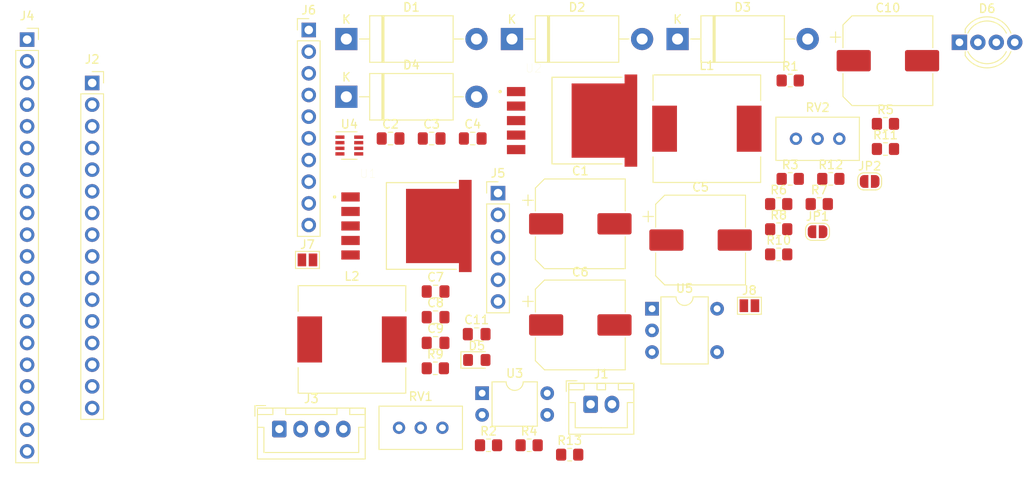
<source format=kicad_pcb>
(kicad_pcb (version 20171130) (host pcbnew "(5.1.7)-1")

  (general
    (thickness 1.6)
    (drawings 0)
    (tracks 0)
    (zones 0)
    (modules 49)
    (nets 54)
  )

  (page A4)
  (layers
    (0 F.Cu signal)
    (31 B.Cu signal)
    (32 B.Adhes user)
    (33 F.Adhes user)
    (34 B.Paste user)
    (35 F.Paste user)
    (36 B.SilkS user)
    (37 F.SilkS user)
    (38 B.Mask user)
    (39 F.Mask user)
    (40 Dwgs.User user)
    (41 Cmts.User user)
    (42 Eco1.User user)
    (43 Eco2.User user)
    (44 Edge.Cuts user)
    (45 Margin user)
    (46 B.CrtYd user)
    (47 F.CrtYd user)
    (48 B.Fab user)
    (49 F.Fab user)
  )

  (setup
    (last_trace_width 0.25)
    (trace_clearance 0.2)
    (zone_clearance 0.508)
    (zone_45_only no)
    (trace_min 0.2)
    (via_size 0.8)
    (via_drill 0.4)
    (via_min_size 0.4)
    (via_min_drill 0.3)
    (uvia_size 0.3)
    (uvia_drill 0.1)
    (uvias_allowed no)
    (uvia_min_size 0.2)
    (uvia_min_drill 0.1)
    (edge_width 0.05)
    (segment_width 0.2)
    (pcb_text_width 0.3)
    (pcb_text_size 1.5 1.5)
    (mod_edge_width 0.12)
    (mod_text_size 1 1)
    (mod_text_width 0.15)
    (pad_size 1.524 1.524)
    (pad_drill 0.762)
    (pad_to_mask_clearance 0)
    (aux_axis_origin 0 0)
    (visible_elements FFFFFF7F)
    (pcbplotparams
      (layerselection 0x010fc_ffffffff)
      (usegerberextensions false)
      (usegerberattributes true)
      (usegerberadvancedattributes true)
      (creategerberjobfile true)
      (excludeedgelayer true)
      (linewidth 0.100000)
      (plotframeref false)
      (viasonmask false)
      (mode 1)
      (useauxorigin false)
      (hpglpennumber 1)
      (hpglpenspeed 20)
      (hpglpendiameter 15.000000)
      (psnegative false)
      (psa4output false)
      (plotreference true)
      (plotvalue true)
      (plotinvisibletext false)
      (padsonsilk false)
      (subtractmaskfromsilk false)
      (outputformat 1)
      (mirror false)
      (drillshape 1)
      (scaleselection 1)
      (outputdirectory ""))
  )

  (net 0 "")
  (net 1 GND)
  (net 2 12)
  (net 3 "Net-(C3-Pad2)")
  (net 4 "Net-(C4-Pad1)")
  (net 5 "Net-(C6-Pad1)")
  (net 6 "Net-(C8-Pad2)")
  (net 7 5)
  (net 8 GND_KILL)
  (net 9 3.3)
  (net 10 "Net-(D1-Pad1)")
  (net 11 "Net-(D2-Pad1)")
  (net 12 "Net-(D3-Pad1)")
  (net 13 "Net-(D4-Pad1)")
  (net 14 "Net-(D5-Pad1)")
  (net 15 "Net-(D6-Pad4)")
  (net 16 "Net-(D6-Pad3)")
  (net 17 GPIO26)
  (net 18 GPIO25)
  (net 19 GPIO13)
  (net 20 "Net-(J2-Pad13)")
  (net 21 GPIO14)
  (net 22 GPIO27)
  (net 23 "Net-(J2-Pad8)")
  (net 24 "Net-(J2-Pad7)")
  (net 25 GPIO33)
  (net 26 GPIO32)
  (net 27 "Net-(J2-Pad4)")
  (net 28 "Net-(J2-Pad3)")
  (net 29 "Net-(J2-Pad2)")
  (net 30 GPIO18)
  (net 31 GPIO5)
  (net 32 "Net-(J4-Pad20)")
  (net 33 GPIO2)
  (net 34 "Net-(J4-Pad17)")
  (net 35 GPIO4)
  (net 36 GPIO16)
  (net 37 GPIO17)
  (net 38 GPIO23)
  (net 39 GPIO19)
  (net 40 GPIO21_SDA)
  (net 41 GPIO22_SCL)
  (net 42 "Net-(J4-Pad3)")
  (net 43 "Net-(J4-Pad2)")
  (net 44 "Net-(J6-Pad10)")
  (net 45 "Net-(J6-Pad9)")
  (net 46 "Net-(JP1-Pad2)")
  (net 47 "Net-(JP2-Pad2)")
  (net 48 "Net-(R1-Pad1)")
  (net 49 "Net-(R2-Pad1)")
  (net 50 "Net-(R3-Pad1)")
  (net 51 "Net-(R4-Pad1)")
  (net 52 "Net-(R5-Pad2)")
  (net 53 "Net-(U5-Pad3)")

  (net_class Default "This is the default net class."
    (clearance 0.2)
    (trace_width 0.25)
    (via_dia 0.8)
    (via_drill 0.4)
    (uvia_dia 0.3)
    (uvia_drill 0.1)
    (add_net 12)
    (add_net 3.3)
    (add_net 5)
    (add_net GND)
    (add_net GND_KILL)
    (add_net GPIO13)
    (add_net GPIO14)
    (add_net GPIO16)
    (add_net GPIO17)
    (add_net GPIO18)
    (add_net GPIO19)
    (add_net GPIO2)
    (add_net GPIO21_SDA)
    (add_net GPIO22_SCL)
    (add_net GPIO23)
    (add_net GPIO25)
    (add_net GPIO26)
    (add_net GPIO27)
    (add_net GPIO32)
    (add_net GPIO33)
    (add_net GPIO4)
    (add_net GPIO5)
    (add_net "Net-(C3-Pad2)")
    (add_net "Net-(C4-Pad1)")
    (add_net "Net-(C6-Pad1)")
    (add_net "Net-(C8-Pad2)")
    (add_net "Net-(D1-Pad1)")
    (add_net "Net-(D2-Pad1)")
    (add_net "Net-(D3-Pad1)")
    (add_net "Net-(D4-Pad1)")
    (add_net "Net-(D5-Pad1)")
    (add_net "Net-(D6-Pad3)")
    (add_net "Net-(D6-Pad4)")
    (add_net "Net-(J2-Pad13)")
    (add_net "Net-(J2-Pad2)")
    (add_net "Net-(J2-Pad3)")
    (add_net "Net-(J2-Pad4)")
    (add_net "Net-(J2-Pad7)")
    (add_net "Net-(J2-Pad8)")
    (add_net "Net-(J4-Pad17)")
    (add_net "Net-(J4-Pad2)")
    (add_net "Net-(J4-Pad20)")
    (add_net "Net-(J4-Pad3)")
    (add_net "Net-(J6-Pad10)")
    (add_net "Net-(J6-Pad9)")
    (add_net "Net-(JP1-Pad2)")
    (add_net "Net-(JP2-Pad2)")
    (add_net "Net-(R1-Pad1)")
    (add_net "Net-(R2-Pad1)")
    (add_net "Net-(R3-Pad1)")
    (add_net "Net-(R4-Pad1)")
    (add_net "Net-(R5-Pad2)")
    (add_net "Net-(U5-Pad3)")
  )

  (module Package_DIP:Toshiba_11-7A9 (layer F.Cu) (tedit 5A02E8C5) (tstamp 5F80575D)
    (at 111.265 67.1)
    (descr "Toshiba 11-7A9 package, like 6-lead dip package with missing pin 5, row spacing 7.62 mm (300 mils), https://toshiba.semicon-storage.com/info/docget.jsp?did=1421&prodName=TLP3021(S)")
    (tags "Toshiba 11-7A9 DIL DIP PDIP 2.54mm 7.62mm 300mil")
    (path /5F9F6FCE)
    (fp_text reference U5 (at 3.81 -2.39) (layer F.SilkS)
      (effects (font (size 1 1) (thickness 0.15)))
    )
    (fp_text value TLP3023 (at 3.81 7.47) (layer F.Fab)
      (effects (font (size 1 1) (thickness 0.15)))
    )
    (fp_arc (start 3.81 -1.39) (end 2.81 -1.39) (angle -180) (layer F.SilkS) (width 0.12))
    (fp_text user %R (at 3.81 2.54) (layer F.Fab)
      (effects (font (size 1 1) (thickness 0.15)))
    )
    (fp_line (start 1.635 -1.27) (end 6.985 -1.27) (layer F.Fab) (width 0.1))
    (fp_line (start 6.985 -1.27) (end 6.985 6.35) (layer F.Fab) (width 0.1))
    (fp_line (start 6.985 6.35) (end 0.635 6.35) (layer F.Fab) (width 0.1))
    (fp_line (start 0.635 6.35) (end 0.635 -0.27) (layer F.Fab) (width 0.1))
    (fp_line (start 0.635 -0.27) (end 1.635 -1.27) (layer F.Fab) (width 0.1))
    (fp_line (start 2.81 -1.39) (end 1.04 -1.39) (layer F.SilkS) (width 0.12))
    (fp_line (start 1.04 -1.39) (end 1.04 6.47) (layer F.SilkS) (width 0.12))
    (fp_line (start 1.04 6.47) (end 6.58 6.47) (layer F.SilkS) (width 0.12))
    (fp_line (start 6.58 6.47) (end 6.58 -1.39) (layer F.SilkS) (width 0.12))
    (fp_line (start 6.58 -1.39) (end 4.81 -1.39) (layer F.SilkS) (width 0.12))
    (fp_line (start -1.1 -1.6) (end -1.1 6.6) (layer F.CrtYd) (width 0.05))
    (fp_line (start -1.1 6.6) (end 8.7 6.6) (layer F.CrtYd) (width 0.05))
    (fp_line (start 8.7 6.6) (end 8.7 -1.6) (layer F.CrtYd) (width 0.05))
    (fp_line (start 8.7 -1.6) (end -1.1 -1.6) (layer F.CrtYd) (width 0.05))
    (pad 6 thru_hole oval (at 7.62 0) (size 1.6 1.6) (drill 0.8) (layers *.Cu *.Mask)
      (net 14 "Net-(D5-Pad1)"))
    (pad 3 thru_hole oval (at 0 5.08) (size 1.6 1.6) (drill 0.8) (layers *.Cu *.Mask)
      (net 53 "Net-(U5-Pad3)"))
    (pad 2 thru_hole oval (at 0 2.54) (size 1.6 1.6) (drill 0.8) (layers *.Cu *.Mask)
      (net 1 GND))
    (pad 4 thru_hole oval (at 7.62 5.08) (size 1.6 1.6) (drill 0.8) (layers *.Cu *.Mask)
      (net 1 GND))
    (pad 1 thru_hole rect (at 0 0) (size 1.6 1.6) (drill 0.8) (layers *.Cu *.Mask)
      (net 51 "Net-(R4-Pad1)"))
    (model ${KISYS3DMOD}/Package_DIP.3dshapes/Toshiba_11-7A9.wrl
      (at (xyz 0 0 0))
      (scale (xyz 1 1 1))
      (rotate (xyz 0 0 0))
    )
  )

  (module Package_TO_SOT_SMD:SOT-23-8 (layer F.Cu) (tedit 5A02FF57) (tstamp 5F805744)
    (at 75.825 47.97)
    (descr "8-pin SOT-23 package, http://www.analog.com/media/en/package-pcb-resources/package/pkg_pdf/sot-23rj/rj_8.pdf")
    (tags SOT-23-8)
    (path /5F8A1F12)
    (attr smd)
    (fp_text reference U4 (at 0 -2.5) (layer F.SilkS)
      (effects (font (size 1 1) (thickness 0.15)))
    )
    (fp_text value INA219BxDCN (at 0 2.5) (layer F.Fab)
      (effects (font (size 1 1) (thickness 0.15)))
    )
    (fp_text user %R (at 0 0 90) (layer F.Fab)
      (effects (font (size 0.5 0.5) (thickness 0.075)))
    )
    (fp_line (start -0.9 1.61) (end 0.9 1.61) (layer F.SilkS) (width 0.12))
    (fp_line (start 0.9 -1.61) (end -1.55 -1.61) (layer F.SilkS) (width 0.12))
    (fp_line (start 1.9 -1.8) (end -1.9 -1.8) (layer F.CrtYd) (width 0.05))
    (fp_line (start 1.9 1.8) (end 1.9 -1.8) (layer F.CrtYd) (width 0.05))
    (fp_line (start -1.9 1.8) (end 1.9 1.8) (layer F.CrtYd) (width 0.05))
    (fp_line (start -1.9 -1.8) (end -1.9 1.8) (layer F.CrtYd) (width 0.05))
    (fp_line (start -0.9 -0.9) (end -0.25 -1.55) (layer F.Fab) (width 0.1))
    (fp_line (start 0.9 -1.55) (end -0.25 -1.55) (layer F.Fab) (width 0.1))
    (fp_line (start -0.9 -0.9) (end -0.9 1.55) (layer F.Fab) (width 0.1))
    (fp_line (start 0.9 1.55) (end -0.9 1.55) (layer F.Fab) (width 0.1))
    (fp_line (start 0.9 -1.55) (end 0.9 1.55) (layer F.Fab) (width 0.1))
    (pad 8 smd rect (at 1.1 -0.98) (size 1.06 0.4) (layers F.Cu F.Paste F.Mask)
      (net 46 "Net-(JP1-Pad2)"))
    (pad 7 smd rect (at 1.1 -0.33) (size 1.06 0.4) (layers F.Cu F.Paste F.Mask)
      (net 47 "Net-(JP2-Pad2)"))
    (pad 6 smd rect (at 1.1 0.33) (size 1.06 0.4) (layers F.Cu F.Paste F.Mask)
      (net 40 GPIO21_SDA))
    (pad 5 smd rect (at 1.1 0.98) (size 1.06 0.4) (layers F.Cu F.Paste F.Mask)
      (net 41 GPIO22_SCL))
    (pad 4 smd rect (at -1.1 0.98) (size 1.06 0.4) (layers F.Cu F.Paste F.Mask)
      (net 9 3.3))
    (pad 3 smd rect (at -1.1 0.33) (size 1.06 0.4) (layers F.Cu F.Paste F.Mask)
      (net 8 GND_KILL))
    (pad 2 smd rect (at -1.1 -0.33) (size 1.06 0.4) (layers F.Cu F.Paste F.Mask)
      (net 5 "Net-(C6-Pad1)"))
    (pad 1 smd rect (at -1.1 -0.98) (size 1.06 0.4) (layers F.Cu F.Paste F.Mask)
      (net 13 "Net-(D4-Pad1)"))
    (model ${KISYS3DMOD}/Package_TO_SOT_SMD.3dshapes/SOT-23-8.wrl
      (at (xyz 0 0 0))
      (scale (xyz 1 1 1))
      (rotate (xyz 0 0 0))
    )
  )

  (module Package_DIP:DIP-4_W7.62mm (layer F.Cu) (tedit 5A02E8C5) (tstamp 5F80572C)
    (at 91.375 77)
    (descr "4-lead though-hole mounted DIP package, row spacing 7.62 mm (300 mils)")
    (tags "THT DIP DIL PDIP 2.54mm 7.62mm 300mil")
    (path /5F83AF33)
    (fp_text reference U3 (at 3.81 -2.33) (layer F.SilkS)
      (effects (font (size 1 1) (thickness 0.15)))
    )
    (fp_text value EL817 (at 3.81 4.87) (layer F.Fab)
      (effects (font (size 1 1) (thickness 0.15)))
    )
    (fp_text user %R (at 3.81 1.27) (layer F.Fab)
      (effects (font (size 1 1) (thickness 0.15)))
    )
    (fp_arc (start 3.81 -1.33) (end 2.81 -1.33) (angle -180) (layer F.SilkS) (width 0.12))
    (fp_line (start 1.635 -1.27) (end 6.985 -1.27) (layer F.Fab) (width 0.1))
    (fp_line (start 6.985 -1.27) (end 6.985 3.81) (layer F.Fab) (width 0.1))
    (fp_line (start 6.985 3.81) (end 0.635 3.81) (layer F.Fab) (width 0.1))
    (fp_line (start 0.635 3.81) (end 0.635 -0.27) (layer F.Fab) (width 0.1))
    (fp_line (start 0.635 -0.27) (end 1.635 -1.27) (layer F.Fab) (width 0.1))
    (fp_line (start 2.81 -1.33) (end 1.16 -1.33) (layer F.SilkS) (width 0.12))
    (fp_line (start 1.16 -1.33) (end 1.16 3.87) (layer F.SilkS) (width 0.12))
    (fp_line (start 1.16 3.87) (end 6.46 3.87) (layer F.SilkS) (width 0.12))
    (fp_line (start 6.46 3.87) (end 6.46 -1.33) (layer F.SilkS) (width 0.12))
    (fp_line (start 6.46 -1.33) (end 4.81 -1.33) (layer F.SilkS) (width 0.12))
    (fp_line (start -1.1 -1.55) (end -1.1 4.1) (layer F.CrtYd) (width 0.05))
    (fp_line (start -1.1 4.1) (end 8.7 4.1) (layer F.CrtYd) (width 0.05))
    (fp_line (start 8.7 4.1) (end 8.7 -1.55) (layer F.CrtYd) (width 0.05))
    (fp_line (start 8.7 -1.55) (end -1.1 -1.55) (layer F.CrtYd) (width 0.05))
    (pad 4 thru_hole oval (at 7.62 0) (size 1.6 1.6) (drill 0.8) (layers *.Cu *.Mask)
      (net 52 "Net-(R5-Pad2)"))
    (pad 2 thru_hole oval (at 0 2.54) (size 1.6 1.6) (drill 0.8) (layers *.Cu *.Mask)
      (net 1 GND))
    (pad 3 thru_hole oval (at 7.62 2.54) (size 1.6 1.6) (drill 0.8) (layers *.Cu *.Mask)
      (net 1 GND))
    (pad 1 thru_hole rect (at 0 0) (size 1.6 1.6) (drill 0.8) (layers *.Cu *.Mask)
      (net 50 "Net-(R3-Pad1)"))
    (model ${KISYS3DMOD}/Package_DIP.3dshapes/DIP-4_W7.62mm.wrl
      (at (xyz 0 0 0))
      (scale (xyz 1 1 1))
      (rotate (xyz 0 0 0))
    )
  )

  (module lib:CONV_XL4015 (layer F.Cu) (tedit 5F7E742E) (tstamp 5F805714)
    (at 105.69 45.05)
    (path /5F82AACD)
    (fp_text reference U2 (at -8.285 -6.135) (layer F.SilkS)
      (effects (font (size 1 1) (thickness 0.015)))
    )
    (fp_text value XL4015 (at -4.375 6.175) (layer F.Fab)
      (effects (font (size 1 1) (thickness 0.015)))
    )
    (fp_line (start -6.135 5.08) (end -6.135 -5.08) (layer F.Fab) (width 0.127))
    (fp_line (start -6.135 -5.08) (end 3.835 -5.08) (layer F.Fab) (width 0.127))
    (fp_line (start 3.835 -5.08) (end 3.835 5.08) (layer F.Fab) (width 0.127))
    (fp_line (start 3.835 5.08) (end -6.135 5.08) (layer F.Fab) (width 0.127))
    (fp_line (start 2.05 5.08) (end -6.135 5.08) (layer F.SilkS) (width 0.127))
    (fp_line (start -6.135 5.08) (end -6.135 -5.08) (layer F.SilkS) (width 0.127))
    (fp_line (start -6.135 -5.08) (end 2.05 -5.08) (layer F.SilkS) (width 0.127))
    (fp_line (start -11.665 -4.185) (end -11.665 4.185) (layer F.CrtYd) (width 0.05))
    (fp_line (start -11.665 4.185) (end -6.385 4.185) (layer F.CrtYd) (width 0.05))
    (fp_line (start -6.385 4.185) (end -6.385 5.33) (layer F.CrtYd) (width 0.05))
    (fp_line (start -6.385 5.33) (end 2.12 5.33) (layer F.CrtYd) (width 0.05))
    (fp_line (start 2.12 -5.33) (end -6.385 -5.33) (layer F.CrtYd) (width 0.05))
    (fp_line (start -6.385 -5.33) (end -6.385 -4.185) (layer F.CrtYd) (width 0.05))
    (fp_line (start -6.385 -4.185) (end -11.665 -4.185) (layer F.CrtYd) (width 0.05))
    (fp_circle (center -12.2 -3.4) (end -12.1 -3.4) (layer F.Fab) (width 0.2))
    (fp_circle (center -12.2 -3.4) (end -12.1 -3.4) (layer F.SilkS) (width 0.2))
    (fp_line (start 4.085 -5.65) (end 4.085 5.65) (layer F.CrtYd) (width 0.05))
    (fp_line (start 2.12 -5.33) (end 2.12 -5.65) (layer F.CrtYd) (width 0.05))
    (fp_line (start 4.085 -5.65) (end 2.12 -5.65) (layer F.CrtYd) (width 0.05))
    (fp_line (start 4.085 5.65) (end 2.12 5.65) (layer F.CrtYd) (width 0.05))
    (fp_line (start 2.12 5.65) (end 2.12 5.33) (layer F.CrtYd) (width 0.05))
    (fp_poly (pts (xy 3.835 -5.4) (xy 2.365 -5.4) (xy 2.365 -4.35) (xy -3.835 -4.35)
      (xy -3.835 4.35) (xy 2.365 4.35) (xy 2.365 5.4) (xy 3.835 5.4)) (layer F.Cu) (width 0.01))
    (fp_poly (pts (xy 3.935 -5.5) (xy 2.265 -5.5) (xy 2.265 -4.45) (xy -3.935 -4.45)
      (xy -3.935 4.45) (xy 2.265 4.45) (xy 2.265 5.5) (xy 3.935 5.5)) (layer F.Mask) (width 0.01))
    (fp_poly (pts (xy 0.6 -3.48) (xy 3.2 -3.48) (xy 3.2 -0.88) (xy 0.6 -0.88)) (layer F.Paste) (width 0.01))
    (fp_poly (pts (xy -3.2 0.88) (xy -0.6 0.88) (xy -0.6 3.48) (xy -3.2 3.48)) (layer F.Paste) (width 0.01))
    (fp_poly (pts (xy 0.6 0.88) (xy 3.2 0.88) (xy 3.2 3.48) (xy 0.6 3.48)) (layer F.Paste) (width 0.01))
    (fp_poly (pts (xy -3.2 -3.48) (xy -0.6 -3.48) (xy -0.6 -0.88) (xy -3.2 -0.88)) (layer F.Paste) (width 0.01))
    (pad 3.1 smd rect (at 0 0) (size 1.27 0.635) (layers F.Cu))
    (pad 5 smd rect (at -10.335 3.4) (size 2.16 1.07) (layers F.Cu F.Paste F.Mask)
      (net 5 "Net-(C6-Pad1)"))
    (pad 4 smd rect (at -10.335 1.7) (size 2.16 1.07) (layers F.Cu F.Paste F.Mask)
      (net 6 "Net-(C8-Pad2)"))
    (pad 3 smd rect (at -10.335 0) (size 2.16 1.07) (layers F.Cu F.Paste F.Mask)
      (net 11 "Net-(D2-Pad1)"))
    (pad 2 smd rect (at -10.335 -1.7) (size 2.16 1.07) (layers F.Cu F.Paste F.Mask)
      (net 49 "Net-(R2-Pad1)"))
    (pad 1 smd rect (at -10.335 -3.4) (size 2.16 1.07) (layers F.Cu F.Paste F.Mask)
      (net 1 GND))
  )

  (module lib:CONV_XL4015 (layer F.Cu) (tedit 5F7E742E) (tstamp 5F8056EF)
    (at 86.3 57.4)
    (path /5F7E5B3B)
    (fp_text reference U1 (at -8.285 -6.135) (layer F.SilkS)
      (effects (font (size 1 1) (thickness 0.015)))
    )
    (fp_text value XL4015 (at -4.375 6.175) (layer F.Fab)
      (effects (font (size 1 1) (thickness 0.015)))
    )
    (fp_line (start -6.135 5.08) (end -6.135 -5.08) (layer F.Fab) (width 0.127))
    (fp_line (start -6.135 -5.08) (end 3.835 -5.08) (layer F.Fab) (width 0.127))
    (fp_line (start 3.835 -5.08) (end 3.835 5.08) (layer F.Fab) (width 0.127))
    (fp_line (start 3.835 5.08) (end -6.135 5.08) (layer F.Fab) (width 0.127))
    (fp_line (start 2.05 5.08) (end -6.135 5.08) (layer F.SilkS) (width 0.127))
    (fp_line (start -6.135 5.08) (end -6.135 -5.08) (layer F.SilkS) (width 0.127))
    (fp_line (start -6.135 -5.08) (end 2.05 -5.08) (layer F.SilkS) (width 0.127))
    (fp_line (start -11.665 -4.185) (end -11.665 4.185) (layer F.CrtYd) (width 0.05))
    (fp_line (start -11.665 4.185) (end -6.385 4.185) (layer F.CrtYd) (width 0.05))
    (fp_line (start -6.385 4.185) (end -6.385 5.33) (layer F.CrtYd) (width 0.05))
    (fp_line (start -6.385 5.33) (end 2.12 5.33) (layer F.CrtYd) (width 0.05))
    (fp_line (start 2.12 -5.33) (end -6.385 -5.33) (layer F.CrtYd) (width 0.05))
    (fp_line (start -6.385 -5.33) (end -6.385 -4.185) (layer F.CrtYd) (width 0.05))
    (fp_line (start -6.385 -4.185) (end -11.665 -4.185) (layer F.CrtYd) (width 0.05))
    (fp_circle (center -12.2 -3.4) (end -12.1 -3.4) (layer F.Fab) (width 0.2))
    (fp_circle (center -12.2 -3.4) (end -12.1 -3.4) (layer F.SilkS) (width 0.2))
    (fp_line (start 4.085 -5.65) (end 4.085 5.65) (layer F.CrtYd) (width 0.05))
    (fp_line (start 2.12 -5.33) (end 2.12 -5.65) (layer F.CrtYd) (width 0.05))
    (fp_line (start 4.085 -5.65) (end 2.12 -5.65) (layer F.CrtYd) (width 0.05))
    (fp_line (start 4.085 5.65) (end 2.12 5.65) (layer F.CrtYd) (width 0.05))
    (fp_line (start 2.12 5.65) (end 2.12 5.33) (layer F.CrtYd) (width 0.05))
    (fp_poly (pts (xy 3.835 -5.4) (xy 2.365 -5.4) (xy 2.365 -4.35) (xy -3.835 -4.35)
      (xy -3.835 4.35) (xy 2.365 4.35) (xy 2.365 5.4) (xy 3.835 5.4)) (layer F.Cu) (width 0.01))
    (fp_poly (pts (xy 3.935 -5.5) (xy 2.265 -5.5) (xy 2.265 -4.45) (xy -3.935 -4.45)
      (xy -3.935 4.45) (xy 2.265 4.45) (xy 2.265 5.5) (xy 3.935 5.5)) (layer F.Mask) (width 0.01))
    (fp_poly (pts (xy 0.6 -3.48) (xy 3.2 -3.48) (xy 3.2 -0.88) (xy 0.6 -0.88)) (layer F.Paste) (width 0.01))
    (fp_poly (pts (xy -3.2 0.88) (xy -0.6 0.88) (xy -0.6 3.48) (xy -3.2 3.48)) (layer F.Paste) (width 0.01))
    (fp_poly (pts (xy 0.6 0.88) (xy 3.2 0.88) (xy 3.2 3.48) (xy 0.6 3.48)) (layer F.Paste) (width 0.01))
    (fp_poly (pts (xy -3.2 -3.48) (xy -0.6 -3.48) (xy -0.6 -0.88) (xy -3.2 -0.88)) (layer F.Paste) (width 0.01))
    (pad 3.1 smd rect (at 0 0) (size 1.27 0.635) (layers F.Cu))
    (pad 5 smd rect (at -10.335 3.4) (size 2.16 1.07) (layers F.Cu F.Paste F.Mask)
      (net 2 12))
    (pad 4 smd rect (at -10.335 1.7) (size 2.16 1.07) (layers F.Cu F.Paste F.Mask)
      (net 3 "Net-(C3-Pad2)"))
    (pad 3 smd rect (at -10.335 0) (size 2.16 1.07) (layers F.Cu F.Paste F.Mask)
      (net 10 "Net-(D1-Pad1)"))
    (pad 2 smd rect (at -10.335 -1.7) (size 2.16 1.07) (layers F.Cu F.Paste F.Mask)
      (net 48 "Net-(R1-Pad1)"))
    (pad 1 smd rect (at -10.335 -3.4) (size 2.16 1.07) (layers F.Cu F.Paste F.Mask)
      (net 1 GND))
  )

  (module Potentiometer_THT:Potentiometer_Bourns_3296W_Vertical (layer F.Cu) (tedit 5A3D4994) (tstamp 5F8056CA)
    (at 133.195 47.18)
    (descr "Potentiometer, vertical, Bourns 3296W, https://www.bourns.com/pdfs/3296.pdf")
    (tags "Potentiometer vertical Bourns 3296W")
    (path /5FD5DA42)
    (fp_text reference RV2 (at -2.54 -3.66) (layer F.SilkS)
      (effects (font (size 1 1) (thickness 0.15)))
    )
    (fp_text value 10k (at -2.54 3.67) (layer F.Fab)
      (effects (font (size 1 1) (thickness 0.15)))
    )
    (fp_text user %R (at -3.175 0.005) (layer F.Fab)
      (effects (font (size 1 1) (thickness 0.15)))
    )
    (fp_circle (center 0.955 1.15) (end 2.05 1.15) (layer F.Fab) (width 0.1))
    (fp_line (start -7.305 -2.41) (end -7.305 2.42) (layer F.Fab) (width 0.1))
    (fp_line (start -7.305 2.42) (end 2.225 2.42) (layer F.Fab) (width 0.1))
    (fp_line (start 2.225 2.42) (end 2.225 -2.41) (layer F.Fab) (width 0.1))
    (fp_line (start 2.225 -2.41) (end -7.305 -2.41) (layer F.Fab) (width 0.1))
    (fp_line (start 0.955 2.235) (end 0.956 0.066) (layer F.Fab) (width 0.1))
    (fp_line (start 0.955 2.235) (end 0.956 0.066) (layer F.Fab) (width 0.1))
    (fp_line (start -7.425 -2.53) (end 2.345 -2.53) (layer F.SilkS) (width 0.12))
    (fp_line (start -7.425 2.54) (end 2.345 2.54) (layer F.SilkS) (width 0.12))
    (fp_line (start -7.425 -2.53) (end -7.425 2.54) (layer F.SilkS) (width 0.12))
    (fp_line (start 2.345 -2.53) (end 2.345 2.54) (layer F.SilkS) (width 0.12))
    (fp_line (start -7.6 -2.7) (end -7.6 2.7) (layer F.CrtYd) (width 0.05))
    (fp_line (start -7.6 2.7) (end 2.5 2.7) (layer F.CrtYd) (width 0.05))
    (fp_line (start 2.5 2.7) (end 2.5 -2.7) (layer F.CrtYd) (width 0.05))
    (fp_line (start 2.5 -2.7) (end -7.6 -2.7) (layer F.CrtYd) (width 0.05))
    (pad 3 thru_hole circle (at -5.08 0) (size 1.44 1.44) (drill 0.8) (layers *.Cu *.Mask)
      (net 7 5))
    (pad 2 thru_hole circle (at -2.54 0) (size 1.44 1.44) (drill 0.8) (layers *.Cu *.Mask)
      (net 7 5))
    (pad 1 thru_hole circle (at 0 0) (size 1.44 1.44) (drill 0.8) (layers *.Cu *.Mask)
      (net 49 "Net-(R2-Pad1)"))
    (model ${KISYS3DMOD}/Potentiometer_THT.3dshapes/Potentiometer_Bourns_3296W_Vertical.wrl
      (at (xyz 0 0 0))
      (scale (xyz 1 1 1))
      (rotate (xyz 0 0 0))
    )
  )

  (module Potentiometer_THT:Potentiometer_Bourns_3296W_Vertical (layer F.Cu) (tedit 5A3D4994) (tstamp 5F8056B3)
    (at 86.725 81.05)
    (descr "Potentiometer, vertical, Bourns 3296W, https://www.bourns.com/pdfs/3296.pdf")
    (tags "Potentiometer vertical Bourns 3296W")
    (path /5FD0EDEC)
    (fp_text reference RV1 (at -2.54 -3.66) (layer F.SilkS)
      (effects (font (size 1 1) (thickness 0.15)))
    )
    (fp_text value 10k (at -2.54 3.67) (layer F.Fab)
      (effects (font (size 1 1) (thickness 0.15)))
    )
    (fp_text user %R (at -3.175 0.005) (layer F.Fab)
      (effects (font (size 1 1) (thickness 0.15)))
    )
    (fp_circle (center 0.955 1.15) (end 2.05 1.15) (layer F.Fab) (width 0.1))
    (fp_line (start -7.305 -2.41) (end -7.305 2.42) (layer F.Fab) (width 0.1))
    (fp_line (start -7.305 2.42) (end 2.225 2.42) (layer F.Fab) (width 0.1))
    (fp_line (start 2.225 2.42) (end 2.225 -2.41) (layer F.Fab) (width 0.1))
    (fp_line (start 2.225 -2.41) (end -7.305 -2.41) (layer F.Fab) (width 0.1))
    (fp_line (start 0.955 2.235) (end 0.956 0.066) (layer F.Fab) (width 0.1))
    (fp_line (start 0.955 2.235) (end 0.956 0.066) (layer F.Fab) (width 0.1))
    (fp_line (start -7.425 -2.53) (end 2.345 -2.53) (layer F.SilkS) (width 0.12))
    (fp_line (start -7.425 2.54) (end 2.345 2.54) (layer F.SilkS) (width 0.12))
    (fp_line (start -7.425 -2.53) (end -7.425 2.54) (layer F.SilkS) (width 0.12))
    (fp_line (start 2.345 -2.53) (end 2.345 2.54) (layer F.SilkS) (width 0.12))
    (fp_line (start -7.6 -2.7) (end -7.6 2.7) (layer F.CrtYd) (width 0.05))
    (fp_line (start -7.6 2.7) (end 2.5 2.7) (layer F.CrtYd) (width 0.05))
    (fp_line (start 2.5 2.7) (end 2.5 -2.7) (layer F.CrtYd) (width 0.05))
    (fp_line (start 2.5 -2.7) (end -7.6 -2.7) (layer F.CrtYd) (width 0.05))
    (pad 3 thru_hole circle (at -5.08 0) (size 1.44 1.44) (drill 0.8) (layers *.Cu *.Mask)
      (net 4 "Net-(C4-Pad1)"))
    (pad 2 thru_hole circle (at -2.54 0) (size 1.44 1.44) (drill 0.8) (layers *.Cu *.Mask)
      (net 4 "Net-(C4-Pad1)"))
    (pad 1 thru_hole circle (at 0 0) (size 1.44 1.44) (drill 0.8) (layers *.Cu *.Mask)
      (net 48 "Net-(R1-Pad1)"))
    (model ${KISYS3DMOD}/Potentiometer_THT.3dshapes/Potentiometer_Bourns_3296W_Vertical.wrl
      (at (xyz 0 0 0))
      (scale (xyz 1 1 1))
      (rotate (xyz 0 0 0))
    )
  )

  (module Resistor_SMD:R_0805_2012Metric_Pad1.20x1.40mm_HandSolder (layer F.Cu) (tedit 5F68FEEE) (tstamp 5F80569C)
    (at 101.625 84.2)
    (descr "Resistor SMD 0805 (2012 Metric), square (rectangular) end terminal, IPC_7351 nominal with elongated pad for handsoldering. (Body size source: IPC-SM-782 page 72, https://www.pcb-3d.com/wordpress/wp-content/uploads/ipc-sm-782a_amendment_1_and_2.pdf), generated with kicad-footprint-generator")
    (tags "resistor handsolder")
    (path /5F968ECC)
    (attr smd)
    (fp_text reference R13 (at 0 -1.65) (layer F.SilkS)
      (effects (font (size 1 1) (thickness 0.15)))
    )
    (fp_text value 330 (at 0 1.65) (layer F.Fab)
      (effects (font (size 1 1) (thickness 0.15)))
    )
    (fp_text user %R (at 0 0) (layer F.Fab)
      (effects (font (size 0.5 0.5) (thickness 0.08)))
    )
    (fp_line (start -1 0.625) (end -1 -0.625) (layer F.Fab) (width 0.1))
    (fp_line (start -1 -0.625) (end 1 -0.625) (layer F.Fab) (width 0.1))
    (fp_line (start 1 -0.625) (end 1 0.625) (layer F.Fab) (width 0.1))
    (fp_line (start 1 0.625) (end -1 0.625) (layer F.Fab) (width 0.1))
    (fp_line (start -0.227064 -0.735) (end 0.227064 -0.735) (layer F.SilkS) (width 0.12))
    (fp_line (start -0.227064 0.735) (end 0.227064 0.735) (layer F.SilkS) (width 0.12))
    (fp_line (start -1.85 0.95) (end -1.85 -0.95) (layer F.CrtYd) (width 0.05))
    (fp_line (start -1.85 -0.95) (end 1.85 -0.95) (layer F.CrtYd) (width 0.05))
    (fp_line (start 1.85 -0.95) (end 1.85 0.95) (layer F.CrtYd) (width 0.05))
    (fp_line (start 1.85 0.95) (end -1.85 0.95) (layer F.CrtYd) (width 0.05))
    (pad 2 smd roundrect (at 1 0) (size 1.2 1.4) (layers F.Cu F.Paste F.Mask) (roundrect_rratio 0.208333)
      (net 9 3.3))
    (pad 1 smd roundrect (at -1 0) (size 1.2 1.4) (layers F.Cu F.Paste F.Mask) (roundrect_rratio 0.208333)
      (net 15 "Net-(D6-Pad4)"))
    (model ${KISYS3DMOD}/Resistor_SMD.3dshapes/R_0805_2012Metric.wrl
      (at (xyz 0 0 0))
      (scale (xyz 1 1 1))
      (rotate (xyz 0 0 0))
    )
  )

  (module Resistor_SMD:R_0805_2012Metric_Pad1.20x1.40mm_HandSolder (layer F.Cu) (tedit 5F68FEEE) (tstamp 5F80568B)
    (at 132.195 51.88)
    (descr "Resistor SMD 0805 (2012 Metric), square (rectangular) end terminal, IPC_7351 nominal with elongated pad for handsoldering. (Body size source: IPC-SM-782 page 72, https://www.pcb-3d.com/wordpress/wp-content/uploads/ipc-sm-782a_amendment_1_and_2.pdf), generated with kicad-footprint-generator")
    (tags "resistor handsolder")
    (path /5F89084D)
    (attr smd)
    (fp_text reference R12 (at 0 -1.65) (layer F.SilkS)
      (effects (font (size 1 1) (thickness 0.15)))
    )
    (fp_text value 220 (at 0 1.65) (layer F.Fab)
      (effects (font (size 1 1) (thickness 0.15)))
    )
    (fp_text user %R (at 0 0) (layer F.Fab)
      (effects (font (size 0.5 0.5) (thickness 0.08)))
    )
    (fp_line (start -1 0.625) (end -1 -0.625) (layer F.Fab) (width 0.1))
    (fp_line (start -1 -0.625) (end 1 -0.625) (layer F.Fab) (width 0.1))
    (fp_line (start 1 -0.625) (end 1 0.625) (layer F.Fab) (width 0.1))
    (fp_line (start 1 0.625) (end -1 0.625) (layer F.Fab) (width 0.1))
    (fp_line (start -0.227064 -0.735) (end 0.227064 -0.735) (layer F.SilkS) (width 0.12))
    (fp_line (start -0.227064 0.735) (end 0.227064 0.735) (layer F.SilkS) (width 0.12))
    (fp_line (start -1.85 0.95) (end -1.85 -0.95) (layer F.CrtYd) (width 0.05))
    (fp_line (start -1.85 -0.95) (end 1.85 -0.95) (layer F.CrtYd) (width 0.05))
    (fp_line (start 1.85 -0.95) (end 1.85 0.95) (layer F.CrtYd) (width 0.05))
    (fp_line (start 1.85 0.95) (end -1.85 0.95) (layer F.CrtYd) (width 0.05))
    (pad 2 smd roundrect (at 1 0) (size 1.2 1.4) (layers F.Cu F.Paste F.Mask) (roundrect_rratio 0.208333)
      (net 9 3.3))
    (pad 1 smd roundrect (at -1 0) (size 1.2 1.4) (layers F.Cu F.Paste F.Mask) (roundrect_rratio 0.208333)
      (net 14 "Net-(D5-Pad1)"))
    (model ${KISYS3DMOD}/Resistor_SMD.3dshapes/R_0805_2012Metric.wrl
      (at (xyz 0 0 0))
      (scale (xyz 1 1 1))
      (rotate (xyz 0 0 0))
    )
  )

  (module Resistor_SMD:R_0805_2012Metric_Pad1.20x1.40mm_HandSolder (layer F.Cu) (tedit 5F68FEEE) (tstamp 5F80567A)
    (at 138.595 48.38)
    (descr "Resistor SMD 0805 (2012 Metric), square (rectangular) end terminal, IPC_7351 nominal with elongated pad for handsoldering. (Body size source: IPC-SM-782 page 72, https://www.pcb-3d.com/wordpress/wp-content/uploads/ipc-sm-782a_amendment_1_and_2.pdf), generated with kicad-footprint-generator")
    (tags "resistor handsolder")
    (path /5F865B83)
    (attr smd)
    (fp_text reference R11 (at 0 -1.65) (layer F.SilkS)
      (effects (font (size 1 1) (thickness 0.15)))
    )
    (fp_text value 10K (at 0 1.65) (layer F.Fab)
      (effects (font (size 1 1) (thickness 0.15)))
    )
    (fp_text user %R (at 0 0) (layer F.Fab)
      (effects (font (size 0.5 0.5) (thickness 0.08)))
    )
    (fp_line (start -1 0.625) (end -1 -0.625) (layer F.Fab) (width 0.1))
    (fp_line (start -1 -0.625) (end 1 -0.625) (layer F.Fab) (width 0.1))
    (fp_line (start 1 -0.625) (end 1 0.625) (layer F.Fab) (width 0.1))
    (fp_line (start 1 0.625) (end -1 0.625) (layer F.Fab) (width 0.1))
    (fp_line (start -0.227064 -0.735) (end 0.227064 -0.735) (layer F.SilkS) (width 0.12))
    (fp_line (start -0.227064 0.735) (end 0.227064 0.735) (layer F.SilkS) (width 0.12))
    (fp_line (start -1.85 0.95) (end -1.85 -0.95) (layer F.CrtYd) (width 0.05))
    (fp_line (start -1.85 -0.95) (end 1.85 -0.95) (layer F.CrtYd) (width 0.05))
    (fp_line (start 1.85 -0.95) (end 1.85 0.95) (layer F.CrtYd) (width 0.05))
    (fp_line (start 1.85 0.95) (end -1.85 0.95) (layer F.CrtYd) (width 0.05))
    (pad 2 smd roundrect (at 1 0) (size 1.2 1.4) (layers F.Cu F.Paste F.Mask) (roundrect_rratio 0.208333)
      (net 8 GND_KILL))
    (pad 1 smd roundrect (at -1 0) (size 1.2 1.4) (layers F.Cu F.Paste F.Mask) (roundrect_rratio 0.208333)
      (net 47 "Net-(JP2-Pad2)"))
    (model ${KISYS3DMOD}/Resistor_SMD.3dshapes/R_0805_2012Metric.wrl
      (at (xyz 0 0 0))
      (scale (xyz 1 1 1))
      (rotate (xyz 0 0 0))
    )
  )

  (module Resistor_SMD:R_0805_2012Metric_Pad1.20x1.40mm_HandSolder (layer F.Cu) (tedit 5F68FEEE) (tstamp 5F805669)
    (at 126.095 60.73)
    (descr "Resistor SMD 0805 (2012 Metric), square (rectangular) end terminal, IPC_7351 nominal with elongated pad for handsoldering. (Body size source: IPC-SM-782 page 72, https://www.pcb-3d.com/wordpress/wp-content/uploads/ipc-sm-782a_amendment_1_and_2.pdf), generated with kicad-footprint-generator")
    (tags "resistor handsolder")
    (path /5F86B564)
    (attr smd)
    (fp_text reference R10 (at 0 -1.65) (layer F.SilkS)
      (effects (font (size 1 1) (thickness 0.15)))
    )
    (fp_text value 10K (at 0 1.65) (layer F.Fab)
      (effects (font (size 1 1) (thickness 0.15)))
    )
    (fp_text user %R (at 0 0) (layer F.Fab)
      (effects (font (size 0.5 0.5) (thickness 0.08)))
    )
    (fp_line (start -1 0.625) (end -1 -0.625) (layer F.Fab) (width 0.1))
    (fp_line (start -1 -0.625) (end 1 -0.625) (layer F.Fab) (width 0.1))
    (fp_line (start 1 -0.625) (end 1 0.625) (layer F.Fab) (width 0.1))
    (fp_line (start 1 0.625) (end -1 0.625) (layer F.Fab) (width 0.1))
    (fp_line (start -0.227064 -0.735) (end 0.227064 -0.735) (layer F.SilkS) (width 0.12))
    (fp_line (start -0.227064 0.735) (end 0.227064 0.735) (layer F.SilkS) (width 0.12))
    (fp_line (start -1.85 0.95) (end -1.85 -0.95) (layer F.CrtYd) (width 0.05))
    (fp_line (start -1.85 -0.95) (end 1.85 -0.95) (layer F.CrtYd) (width 0.05))
    (fp_line (start 1.85 -0.95) (end 1.85 0.95) (layer F.CrtYd) (width 0.05))
    (fp_line (start 1.85 0.95) (end -1.85 0.95) (layer F.CrtYd) (width 0.05))
    (pad 2 smd roundrect (at 1 0) (size 1.2 1.4) (layers F.Cu F.Paste F.Mask) (roundrect_rratio 0.208333)
      (net 41 GPIO22_SCL))
    (pad 1 smd roundrect (at -1 0) (size 1.2 1.4) (layers F.Cu F.Paste F.Mask) (roundrect_rratio 0.208333)
      (net 9 3.3))
    (model ${KISYS3DMOD}/Resistor_SMD.3dshapes/R_0805_2012Metric.wrl
      (at (xyz 0 0 0))
      (scale (xyz 1 1 1))
      (rotate (xyz 0 0 0))
    )
  )

  (module Resistor_SMD:R_0805_2012Metric_Pad1.20x1.40mm_HandSolder (layer F.Cu) (tedit 5F68FEEE) (tstamp 5F805658)
    (at 85.895 74.08)
    (descr "Resistor SMD 0805 (2012 Metric), square (rectangular) end terminal, IPC_7351 nominal with elongated pad for handsoldering. (Body size source: IPC-SM-782 page 72, https://www.pcb-3d.com/wordpress/wp-content/uploads/ipc-sm-782a_amendment_1_and_2.pdf), generated with kicad-footprint-generator")
    (tags "resistor handsolder")
    (path /5F866050)
    (attr smd)
    (fp_text reference R9 (at 0 -1.65) (layer F.SilkS)
      (effects (font (size 1 1) (thickness 0.15)))
    )
    (fp_text value 10K (at 0 1.65) (layer F.Fab)
      (effects (font (size 1 1) (thickness 0.15)))
    )
    (fp_text user %R (at 0 0) (layer F.Fab)
      (effects (font (size 0.5 0.5) (thickness 0.08)))
    )
    (fp_line (start -1 0.625) (end -1 -0.625) (layer F.Fab) (width 0.1))
    (fp_line (start -1 -0.625) (end 1 -0.625) (layer F.Fab) (width 0.1))
    (fp_line (start 1 -0.625) (end 1 0.625) (layer F.Fab) (width 0.1))
    (fp_line (start 1 0.625) (end -1 0.625) (layer F.Fab) (width 0.1))
    (fp_line (start -0.227064 -0.735) (end 0.227064 -0.735) (layer F.SilkS) (width 0.12))
    (fp_line (start -0.227064 0.735) (end 0.227064 0.735) (layer F.SilkS) (width 0.12))
    (fp_line (start -1.85 0.95) (end -1.85 -0.95) (layer F.CrtYd) (width 0.05))
    (fp_line (start -1.85 -0.95) (end 1.85 -0.95) (layer F.CrtYd) (width 0.05))
    (fp_line (start 1.85 -0.95) (end 1.85 0.95) (layer F.CrtYd) (width 0.05))
    (fp_line (start 1.85 0.95) (end -1.85 0.95) (layer F.CrtYd) (width 0.05))
    (pad 2 smd roundrect (at 1 0) (size 1.2 1.4) (layers F.Cu F.Paste F.Mask) (roundrect_rratio 0.208333)
      (net 8 GND_KILL))
    (pad 1 smd roundrect (at -1 0) (size 1.2 1.4) (layers F.Cu F.Paste F.Mask) (roundrect_rratio 0.208333)
      (net 46 "Net-(JP1-Pad2)"))
    (model ${KISYS3DMOD}/Resistor_SMD.3dshapes/R_0805_2012Metric.wrl
      (at (xyz 0 0 0))
      (scale (xyz 1 1 1))
      (rotate (xyz 0 0 0))
    )
  )

  (module Resistor_SMD:R_0805_2012Metric_Pad1.20x1.40mm_HandSolder (layer F.Cu) (tedit 5F68FEEE) (tstamp 5F805647)
    (at 126.095 57.78)
    (descr "Resistor SMD 0805 (2012 Metric), square (rectangular) end terminal, IPC_7351 nominal with elongated pad for handsoldering. (Body size source: IPC-SM-782 page 72, https://www.pcb-3d.com/wordpress/wp-content/uploads/ipc-sm-782a_amendment_1_and_2.pdf), generated with kicad-footprint-generator")
    (tags "resistor handsolder")
    (path /5F86B56A)
    (attr smd)
    (fp_text reference R8 (at 0 -1.65) (layer F.SilkS)
      (effects (font (size 1 1) (thickness 0.15)))
    )
    (fp_text value 10K (at 0 1.65) (layer F.Fab)
      (effects (font (size 1 1) (thickness 0.15)))
    )
    (fp_text user %R (at 0 0) (layer F.Fab)
      (effects (font (size 0.5 0.5) (thickness 0.08)))
    )
    (fp_line (start -1 0.625) (end -1 -0.625) (layer F.Fab) (width 0.1))
    (fp_line (start -1 -0.625) (end 1 -0.625) (layer F.Fab) (width 0.1))
    (fp_line (start 1 -0.625) (end 1 0.625) (layer F.Fab) (width 0.1))
    (fp_line (start 1 0.625) (end -1 0.625) (layer F.Fab) (width 0.1))
    (fp_line (start -0.227064 -0.735) (end 0.227064 -0.735) (layer F.SilkS) (width 0.12))
    (fp_line (start -0.227064 0.735) (end 0.227064 0.735) (layer F.SilkS) (width 0.12))
    (fp_line (start -1.85 0.95) (end -1.85 -0.95) (layer F.CrtYd) (width 0.05))
    (fp_line (start -1.85 -0.95) (end 1.85 -0.95) (layer F.CrtYd) (width 0.05))
    (fp_line (start 1.85 -0.95) (end 1.85 0.95) (layer F.CrtYd) (width 0.05))
    (fp_line (start 1.85 0.95) (end -1.85 0.95) (layer F.CrtYd) (width 0.05))
    (pad 2 smd roundrect (at 1 0) (size 1.2 1.4) (layers F.Cu F.Paste F.Mask) (roundrect_rratio 0.208333)
      (net 40 GPIO21_SDA))
    (pad 1 smd roundrect (at -1 0) (size 1.2 1.4) (layers F.Cu F.Paste F.Mask) (roundrect_rratio 0.208333)
      (net 9 3.3))
    (model ${KISYS3DMOD}/Resistor_SMD.3dshapes/R_0805_2012Metric.wrl
      (at (xyz 0 0 0))
      (scale (xyz 1 1 1))
      (rotate (xyz 0 0 0))
    )
  )

  (module Resistor_SMD:R_0805_2012Metric_Pad1.20x1.40mm_HandSolder (layer F.Cu) (tedit 5F68FEEE) (tstamp 5F805636)
    (at 130.845 54.83)
    (descr "Resistor SMD 0805 (2012 Metric), square (rectangular) end terminal, IPC_7351 nominal with elongated pad for handsoldering. (Body size source: IPC-SM-782 page 72, https://www.pcb-3d.com/wordpress/wp-content/uploads/ipc-sm-782a_amendment_1_and_2.pdf), generated with kicad-footprint-generator")
    (tags "resistor handsolder")
    (path /5F8434F5)
    (attr smd)
    (fp_text reference R7 (at 0 -1.65) (layer F.SilkS)
      (effects (font (size 1 1) (thickness 0.15)))
    )
    (fp_text value 100 (at 0 1.65) (layer F.Fab)
      (effects (font (size 1 1) (thickness 0.15)))
    )
    (fp_text user %R (at 0 0) (layer F.Fab)
      (effects (font (size 0.5 0.5) (thickness 0.08)))
    )
    (fp_line (start -1 0.625) (end -1 -0.625) (layer F.Fab) (width 0.1))
    (fp_line (start -1 -0.625) (end 1 -0.625) (layer F.Fab) (width 0.1))
    (fp_line (start 1 -0.625) (end 1 0.625) (layer F.Fab) (width 0.1))
    (fp_line (start 1 0.625) (end -1 0.625) (layer F.Fab) (width 0.1))
    (fp_line (start -0.227064 -0.735) (end 0.227064 -0.735) (layer F.SilkS) (width 0.12))
    (fp_line (start -0.227064 0.735) (end 0.227064 0.735) (layer F.SilkS) (width 0.12))
    (fp_line (start -1.85 0.95) (end -1.85 -0.95) (layer F.CrtYd) (width 0.05))
    (fp_line (start -1.85 -0.95) (end 1.85 -0.95) (layer F.CrtYd) (width 0.05))
    (fp_line (start 1.85 -0.95) (end 1.85 0.95) (layer F.CrtYd) (width 0.05))
    (fp_line (start 1.85 0.95) (end -1.85 0.95) (layer F.CrtYd) (width 0.05))
    (pad 2 smd roundrect (at 1 0) (size 1.2 1.4) (layers F.Cu F.Paste F.Mask) (roundrect_rratio 0.208333)
      (net 52 "Net-(R5-Pad2)"))
    (pad 1 smd roundrect (at -1 0) (size 1.2 1.4) (layers F.Cu F.Paste F.Mask) (roundrect_rratio 0.208333)
      (net 33 GPIO2))
    (model ${KISYS3DMOD}/Resistor_SMD.3dshapes/R_0805_2012Metric.wrl
      (at (xyz 0 0 0))
      (scale (xyz 1 1 1))
      (rotate (xyz 0 0 0))
    )
  )

  (module Resistor_SMD:R_0805_2012Metric_Pad1.20x1.40mm_HandSolder (layer F.Cu) (tedit 5F68FEEE) (tstamp 5F805625)
    (at 126.095 54.83)
    (descr "Resistor SMD 0805 (2012 Metric), square (rectangular) end terminal, IPC_7351 nominal with elongated pad for handsoldering. (Body size source: IPC-SM-782 page 72, https://www.pcb-3d.com/wordpress/wp-content/uploads/ipc-sm-782a_amendment_1_and_2.pdf), generated with kicad-footprint-generator")
    (tags "resistor handsolder")
    (path /5F86E63F)
    (attr smd)
    (fp_text reference R6 (at 0 -1.65) (layer F.SilkS)
      (effects (font (size 1 1) (thickness 0.15)))
    )
    (fp_text value 100 (at 0 1.65) (layer F.Fab)
      (effects (font (size 1 1) (thickness 0.15)))
    )
    (fp_text user %R (at 0 0) (layer F.Fab)
      (effects (font (size 0.5 0.5) (thickness 0.08)))
    )
    (fp_line (start -1 0.625) (end -1 -0.625) (layer F.Fab) (width 0.1))
    (fp_line (start -1 -0.625) (end 1 -0.625) (layer F.Fab) (width 0.1))
    (fp_line (start 1 -0.625) (end 1 0.625) (layer F.Fab) (width 0.1))
    (fp_line (start 1 0.625) (end -1 0.625) (layer F.Fab) (width 0.1))
    (fp_line (start -0.227064 -0.735) (end 0.227064 -0.735) (layer F.SilkS) (width 0.12))
    (fp_line (start -0.227064 0.735) (end 0.227064 0.735) (layer F.SilkS) (width 0.12))
    (fp_line (start -1.85 0.95) (end -1.85 -0.95) (layer F.CrtYd) (width 0.05))
    (fp_line (start -1.85 -0.95) (end 1.85 -0.95) (layer F.CrtYd) (width 0.05))
    (fp_line (start 1.85 -0.95) (end 1.85 0.95) (layer F.CrtYd) (width 0.05))
    (fp_line (start 1.85 0.95) (end -1.85 0.95) (layer F.CrtYd) (width 0.05))
    (pad 2 smd roundrect (at 1 0) (size 1.2 1.4) (layers F.Cu F.Paste F.Mask) (roundrect_rratio 0.208333)
      (net 5 "Net-(C6-Pad1)"))
    (pad 1 smd roundrect (at -1 0) (size 1.2 1.4) (layers F.Cu F.Paste F.Mask) (roundrect_rratio 0.208333)
      (net 13 "Net-(D4-Pad1)"))
    (model ${KISYS3DMOD}/Resistor_SMD.3dshapes/R_0805_2012Metric.wrl
      (at (xyz 0 0 0))
      (scale (xyz 1 1 1))
      (rotate (xyz 0 0 0))
    )
  )

  (module Resistor_SMD:R_0805_2012Metric_Pad1.20x1.40mm_HandSolder (layer F.Cu) (tedit 5F68FEEE) (tstamp 5F805614)
    (at 138.595 45.43)
    (descr "Resistor SMD 0805 (2012 Metric), square (rectangular) end terminal, IPC_7351 nominal with elongated pad for handsoldering. (Body size source: IPC-SM-782 page 72, https://www.pcb-3d.com/wordpress/wp-content/uploads/ipc-sm-782a_amendment_1_and_2.pdf), generated with kicad-footprint-generator")
    (tags "resistor handsolder")
    (path /5F842BB8)
    (attr smd)
    (fp_text reference R5 (at 0 -1.65) (layer F.SilkS)
      (effects (font (size 1 1) (thickness 0.15)))
    )
    (fp_text value 4.7K (at 0 1.65) (layer F.Fab)
      (effects (font (size 1 1) (thickness 0.15)))
    )
    (fp_text user %R (at 0 0) (layer F.Fab)
      (effects (font (size 0.5 0.5) (thickness 0.08)))
    )
    (fp_line (start -1 0.625) (end -1 -0.625) (layer F.Fab) (width 0.1))
    (fp_line (start -1 -0.625) (end 1 -0.625) (layer F.Fab) (width 0.1))
    (fp_line (start 1 -0.625) (end 1 0.625) (layer F.Fab) (width 0.1))
    (fp_line (start 1 0.625) (end -1 0.625) (layer F.Fab) (width 0.1))
    (fp_line (start -0.227064 -0.735) (end 0.227064 -0.735) (layer F.SilkS) (width 0.12))
    (fp_line (start -0.227064 0.735) (end 0.227064 0.735) (layer F.SilkS) (width 0.12))
    (fp_line (start -1.85 0.95) (end -1.85 -0.95) (layer F.CrtYd) (width 0.05))
    (fp_line (start -1.85 -0.95) (end 1.85 -0.95) (layer F.CrtYd) (width 0.05))
    (fp_line (start 1.85 -0.95) (end 1.85 0.95) (layer F.CrtYd) (width 0.05))
    (fp_line (start 1.85 0.95) (end -1.85 0.95) (layer F.CrtYd) (width 0.05))
    (pad 2 smd roundrect (at 1 0) (size 1.2 1.4) (layers F.Cu F.Paste F.Mask) (roundrect_rratio 0.208333)
      (net 52 "Net-(R5-Pad2)"))
    (pad 1 smd roundrect (at -1 0) (size 1.2 1.4) (layers F.Cu F.Paste F.Mask) (roundrect_rratio 0.208333)
      (net 9 3.3))
    (model ${KISYS3DMOD}/Resistor_SMD.3dshapes/R_0805_2012Metric.wrl
      (at (xyz 0 0 0))
      (scale (xyz 1 1 1))
      (rotate (xyz 0 0 0))
    )
  )

  (module Resistor_SMD:R_0805_2012Metric_Pad1.20x1.40mm_HandSolder (layer F.Cu) (tedit 5F68FEEE) (tstamp 5F805603)
    (at 96.875 83.1)
    (descr "Resistor SMD 0805 (2012 Metric), square (rectangular) end terminal, IPC_7351 nominal with elongated pad for handsoldering. (Body size source: IPC-SM-782 page 72, https://www.pcb-3d.com/wordpress/wp-content/uploads/ipc-sm-782a_amendment_1_and_2.pdf), generated with kicad-footprint-generator")
    (tags "resistor handsolder")
    (path /5F86A203)
    (attr smd)
    (fp_text reference R4 (at 0 -1.65) (layer F.SilkS)
      (effects (font (size 1 1) (thickness 0.15)))
    )
    (fp_text value 220 (at 0 1.65) (layer F.Fab)
      (effects (font (size 1 1) (thickness 0.15)))
    )
    (fp_text user %R (at 0 0) (layer F.Fab)
      (effects (font (size 0.5 0.5) (thickness 0.08)))
    )
    (fp_line (start -1 0.625) (end -1 -0.625) (layer F.Fab) (width 0.1))
    (fp_line (start -1 -0.625) (end 1 -0.625) (layer F.Fab) (width 0.1))
    (fp_line (start 1 -0.625) (end 1 0.625) (layer F.Fab) (width 0.1))
    (fp_line (start 1 0.625) (end -1 0.625) (layer F.Fab) (width 0.1))
    (fp_line (start -0.227064 -0.735) (end 0.227064 -0.735) (layer F.SilkS) (width 0.12))
    (fp_line (start -0.227064 0.735) (end 0.227064 0.735) (layer F.SilkS) (width 0.12))
    (fp_line (start -1.85 0.95) (end -1.85 -0.95) (layer F.CrtYd) (width 0.05))
    (fp_line (start -1.85 -0.95) (end 1.85 -0.95) (layer F.CrtYd) (width 0.05))
    (fp_line (start 1.85 -0.95) (end 1.85 0.95) (layer F.CrtYd) (width 0.05))
    (fp_line (start 1.85 0.95) (end -1.85 0.95) (layer F.CrtYd) (width 0.05))
    (pad 2 smd roundrect (at 1 0) (size 1.2 1.4) (layers F.Cu F.Paste F.Mask) (roundrect_rratio 0.208333)
      (net 38 GPIO23))
    (pad 1 smd roundrect (at -1 0) (size 1.2 1.4) (layers F.Cu F.Paste F.Mask) (roundrect_rratio 0.208333)
      (net 51 "Net-(R4-Pad1)"))
    (model ${KISYS3DMOD}/Resistor_SMD.3dshapes/R_0805_2012Metric.wrl
      (at (xyz 0 0 0))
      (scale (xyz 1 1 1))
      (rotate (xyz 0 0 0))
    )
  )

  (module Resistor_SMD:R_0805_2012Metric_Pad1.20x1.40mm_HandSolder (layer F.Cu) (tedit 5F68FEEE) (tstamp 5F8055F2)
    (at 127.445 51.88)
    (descr "Resistor SMD 0805 (2012 Metric), square (rectangular) end terminal, IPC_7351 nominal with elongated pad for handsoldering. (Body size source: IPC-SM-782 page 72, https://www.pcb-3d.com/wordpress/wp-content/uploads/ipc-sm-782a_amendment_1_and_2.pdf), generated with kicad-footprint-generator")
    (tags "resistor handsolder")
    (path /5F839D7F)
    (attr smd)
    (fp_text reference R3 (at 0 -1.65) (layer F.SilkS)
      (effects (font (size 1 1) (thickness 0.15)))
    )
    (fp_text value 2.2K (at 0 1.65) (layer F.Fab)
      (effects (font (size 1 1) (thickness 0.15)))
    )
    (fp_text user %R (at 0 0) (layer F.Fab)
      (effects (font (size 0.5 0.5) (thickness 0.08)))
    )
    (fp_line (start -1 0.625) (end -1 -0.625) (layer F.Fab) (width 0.1))
    (fp_line (start -1 -0.625) (end 1 -0.625) (layer F.Fab) (width 0.1))
    (fp_line (start 1 -0.625) (end 1 0.625) (layer F.Fab) (width 0.1))
    (fp_line (start 1 0.625) (end -1 0.625) (layer F.Fab) (width 0.1))
    (fp_line (start -0.227064 -0.735) (end 0.227064 -0.735) (layer F.SilkS) (width 0.12))
    (fp_line (start -0.227064 0.735) (end 0.227064 0.735) (layer F.SilkS) (width 0.12))
    (fp_line (start -1.85 0.95) (end -1.85 -0.95) (layer F.CrtYd) (width 0.05))
    (fp_line (start -1.85 -0.95) (end 1.85 -0.95) (layer F.CrtYd) (width 0.05))
    (fp_line (start 1.85 -0.95) (end 1.85 0.95) (layer F.CrtYd) (width 0.05))
    (fp_line (start 1.85 0.95) (end -1.85 0.95) (layer F.CrtYd) (width 0.05))
    (pad 2 smd roundrect (at 1 0) (size 1.2 1.4) (layers F.Cu F.Paste F.Mask) (roundrect_rratio 0.208333)
      (net 4 "Net-(C4-Pad1)"))
    (pad 1 smd roundrect (at -1 0) (size 1.2 1.4) (layers F.Cu F.Paste F.Mask) (roundrect_rratio 0.208333)
      (net 50 "Net-(R3-Pad1)"))
    (model ${KISYS3DMOD}/Resistor_SMD.3dshapes/R_0805_2012Metric.wrl
      (at (xyz 0 0 0))
      (scale (xyz 1 1 1))
      (rotate (xyz 0 0 0))
    )
  )

  (module Resistor_SMD:R_0805_2012Metric_Pad1.20x1.40mm_HandSolder (layer F.Cu) (tedit 5F68FEEE) (tstamp 5F8055E1)
    (at 92.125 83.1)
    (descr "Resistor SMD 0805 (2012 Metric), square (rectangular) end terminal, IPC_7351 nominal with elongated pad for handsoldering. (Body size source: IPC-SM-782 page 72, https://www.pcb-3d.com/wordpress/wp-content/uploads/ipc-sm-782a_amendment_1_and_2.pdf), generated with kicad-footprint-generator")
    (tags "resistor handsolder")
    (path /5F82AA91)
    (attr smd)
    (fp_text reference R2 (at 0 -1.65) (layer F.SilkS)
      (effects (font (size 1 1) (thickness 0.15)))
    )
    (fp_text value 1.2K (at 0 1.65) (layer F.Fab)
      (effects (font (size 1 1) (thickness 0.15)))
    )
    (fp_text user %R (at 0 0) (layer F.Fab)
      (effects (font (size 0.5 0.5) (thickness 0.08)))
    )
    (fp_line (start -1 0.625) (end -1 -0.625) (layer F.Fab) (width 0.1))
    (fp_line (start -1 -0.625) (end 1 -0.625) (layer F.Fab) (width 0.1))
    (fp_line (start 1 -0.625) (end 1 0.625) (layer F.Fab) (width 0.1))
    (fp_line (start 1 0.625) (end -1 0.625) (layer F.Fab) (width 0.1))
    (fp_line (start -0.227064 -0.735) (end 0.227064 -0.735) (layer F.SilkS) (width 0.12))
    (fp_line (start -0.227064 0.735) (end 0.227064 0.735) (layer F.SilkS) (width 0.12))
    (fp_line (start -1.85 0.95) (end -1.85 -0.95) (layer F.CrtYd) (width 0.05))
    (fp_line (start -1.85 -0.95) (end 1.85 -0.95) (layer F.CrtYd) (width 0.05))
    (fp_line (start 1.85 -0.95) (end 1.85 0.95) (layer F.CrtYd) (width 0.05))
    (fp_line (start 1.85 0.95) (end -1.85 0.95) (layer F.CrtYd) (width 0.05))
    (pad 2 smd roundrect (at 1 0) (size 1.2 1.4) (layers F.Cu F.Paste F.Mask) (roundrect_rratio 0.208333)
      (net 1 GND))
    (pad 1 smd roundrect (at -1 0) (size 1.2 1.4) (layers F.Cu F.Paste F.Mask) (roundrect_rratio 0.208333)
      (net 49 "Net-(R2-Pad1)"))
    (model ${KISYS3DMOD}/Resistor_SMD.3dshapes/R_0805_2012Metric.wrl
      (at (xyz 0 0 0))
      (scale (xyz 1 1 1))
      (rotate (xyz 0 0 0))
    )
  )

  (module Resistor_SMD:R_0805_2012Metric_Pad1.20x1.40mm_HandSolder (layer F.Cu) (tedit 5F68FEEE) (tstamp 5F8055D0)
    (at 127.445 40.35)
    (descr "Resistor SMD 0805 (2012 Metric), square (rectangular) end terminal, IPC_7351 nominal with elongated pad for handsoldering. (Body size source: IPC-SM-782 page 72, https://www.pcb-3d.com/wordpress/wp-content/uploads/ipc-sm-782a_amendment_1_and_2.pdf), generated with kicad-footprint-generator")
    (tags "resistor handsolder")
    (path /5F7ECBDE)
    (attr smd)
    (fp_text reference R1 (at 0 -1.65) (layer F.SilkS)
      (effects (font (size 1 1) (thickness 0.15)))
    )
    (fp_text value 1.2K (at 0 1.65) (layer F.Fab)
      (effects (font (size 1 1) (thickness 0.15)))
    )
    (fp_text user %R (at 0 0) (layer F.Fab)
      (effects (font (size 0.5 0.5) (thickness 0.08)))
    )
    (fp_line (start -1 0.625) (end -1 -0.625) (layer F.Fab) (width 0.1))
    (fp_line (start -1 -0.625) (end 1 -0.625) (layer F.Fab) (width 0.1))
    (fp_line (start 1 -0.625) (end 1 0.625) (layer F.Fab) (width 0.1))
    (fp_line (start 1 0.625) (end -1 0.625) (layer F.Fab) (width 0.1))
    (fp_line (start -0.227064 -0.735) (end 0.227064 -0.735) (layer F.SilkS) (width 0.12))
    (fp_line (start -0.227064 0.735) (end 0.227064 0.735) (layer F.SilkS) (width 0.12))
    (fp_line (start -1.85 0.95) (end -1.85 -0.95) (layer F.CrtYd) (width 0.05))
    (fp_line (start -1.85 -0.95) (end 1.85 -0.95) (layer F.CrtYd) (width 0.05))
    (fp_line (start 1.85 -0.95) (end 1.85 0.95) (layer F.CrtYd) (width 0.05))
    (fp_line (start 1.85 0.95) (end -1.85 0.95) (layer F.CrtYd) (width 0.05))
    (pad 2 smd roundrect (at 1 0) (size 1.2 1.4) (layers F.Cu F.Paste F.Mask) (roundrect_rratio 0.208333)
      (net 1 GND))
    (pad 1 smd roundrect (at -1 0) (size 1.2 1.4) (layers F.Cu F.Paste F.Mask) (roundrect_rratio 0.208333)
      (net 48 "Net-(R1-Pad1)"))
    (model ${KISYS3DMOD}/Resistor_SMD.3dshapes/R_0805_2012Metric.wrl
      (at (xyz 0 0 0))
      (scale (xyz 1 1 1))
      (rotate (xyz 0 0 0))
    )
  )

  (module Inductor_SMD:L_12x12mm_H8mm (layer F.Cu) (tedit 5990349C) (tstamp 5F8055BF)
    (at 76.135 70.7)
    (descr "Choke, SMD, 12x12mm 8mm height")
    (tags "Choke SMD")
    (path /5F82AA7F)
    (attr smd)
    (fp_text reference L2 (at 0 -7.4) (layer F.SilkS)
      (effects (font (size 1 1) (thickness 0.15)))
    )
    (fp_text value 47uH (at 0 7.6) (layer F.Fab)
      (effects (font (size 1 1) (thickness 0.15)))
    )
    (fp_text user %R (at 0 0) (layer F.Fab)
      (effects (font (size 1 1) (thickness 0.15)))
    )
    (fp_line (start 6.3 3.3) (end 6.3 6.3) (layer F.SilkS) (width 0.12))
    (fp_line (start 6.3 6.3) (end -6.3 6.3) (layer F.SilkS) (width 0.12))
    (fp_line (start -6.3 6.3) (end -6.3 3.3) (layer F.SilkS) (width 0.12))
    (fp_line (start -6.3 -3.3) (end -6.3 -6.3) (layer F.SilkS) (width 0.12))
    (fp_line (start -6.3 -6.3) (end 6.3 -6.3) (layer F.SilkS) (width 0.12))
    (fp_line (start 6.3 -6.3) (end 6.3 -3.3) (layer F.SilkS) (width 0.12))
    (fp_line (start -6.86 -6.6) (end 6.86 -6.6) (layer F.CrtYd) (width 0.05))
    (fp_line (start 6.86 -6.6) (end 6.86 6.6) (layer F.CrtYd) (width 0.05))
    (fp_line (start 6.86 6.6) (end -6.86 6.6) (layer F.CrtYd) (width 0.05))
    (fp_line (start -6.86 6.6) (end -6.86 -6.6) (layer F.CrtYd) (width 0.05))
    (fp_line (start 4.9 3.3) (end 5 3.4) (layer F.Fab) (width 0.1))
    (fp_line (start 5 3.4) (end 5.1 3.8) (layer F.Fab) (width 0.1))
    (fp_line (start 5.1 3.8) (end 5 4.3) (layer F.Fab) (width 0.1))
    (fp_line (start 5 4.3) (end 4.8 4.6) (layer F.Fab) (width 0.1))
    (fp_line (start 4.8 4.6) (end 4.5 5) (layer F.Fab) (width 0.1))
    (fp_line (start 4.5 5) (end 4 5.1) (layer F.Fab) (width 0.1))
    (fp_line (start 4 5.1) (end 3.5 5) (layer F.Fab) (width 0.1))
    (fp_line (start 3.5 5) (end 3.1 4.7) (layer F.Fab) (width 0.1))
    (fp_line (start 3.1 4.7) (end 3 4.6) (layer F.Fab) (width 0.1))
    (fp_line (start 3 4.6) (end 2.4 5) (layer F.Fab) (width 0.1))
    (fp_line (start 2.4 5) (end 1.6 5.3) (layer F.Fab) (width 0.1))
    (fp_line (start 1.6 5.3) (end 0.6 5.5) (layer F.Fab) (width 0.1))
    (fp_line (start 0.6 5.5) (end -0.6 5.5) (layer F.Fab) (width 0.1))
    (fp_line (start -0.6 5.5) (end -1.5 5.3) (layer F.Fab) (width 0.1))
    (fp_line (start -1.5 5.3) (end -2.1 5.1) (layer F.Fab) (width 0.1))
    (fp_line (start -2.1 5.1) (end -2.6 4.9) (layer F.Fab) (width 0.1))
    (fp_line (start -2.6 4.9) (end -3 4.7) (layer F.Fab) (width 0.1))
    (fp_line (start -3 4.7) (end -3.3 4.9) (layer F.Fab) (width 0.1))
    (fp_line (start -3.3 4.9) (end -3.9 5.1) (layer F.Fab) (width 0.1))
    (fp_line (start -3.9 5.1) (end -4.3 5) (layer F.Fab) (width 0.1))
    (fp_line (start -4.3 5) (end -4.6 4.8) (layer F.Fab) (width 0.1))
    (fp_line (start -4.6 4.8) (end -4.9 4.6) (layer F.Fab) (width 0.1))
    (fp_line (start -4.9 4.6) (end -5.1 4.1) (layer F.Fab) (width 0.1))
    (fp_line (start -5.1 4.1) (end -5 3.6) (layer F.Fab) (width 0.1))
    (fp_line (start -5 3.6) (end -4.8 3.2) (layer F.Fab) (width 0.1))
    (fp_line (start 4.9 -3.3) (end 5 -3.6) (layer F.Fab) (width 0.1))
    (fp_line (start 5 -3.6) (end 5.1 -4) (layer F.Fab) (width 0.1))
    (fp_line (start 5.1 -4) (end 5 -4.3) (layer F.Fab) (width 0.1))
    (fp_line (start 5 -4.3) (end 4.8 -4.7) (layer F.Fab) (width 0.1))
    (fp_line (start 4.8 -4.7) (end 4.5 -4.9) (layer F.Fab) (width 0.1))
    (fp_line (start 4.5 -4.9) (end 4.2 -5.1) (layer F.Fab) (width 0.1))
    (fp_line (start 4.2 -5.1) (end 3.9 -5.1) (layer F.Fab) (width 0.1))
    (fp_line (start 3.9 -5.1) (end 3.6 -5) (layer F.Fab) (width 0.1))
    (fp_line (start 3.6 -5) (end 3.3 -4.9) (layer F.Fab) (width 0.1))
    (fp_line (start 3.3 -4.9) (end 3 -4.6) (layer F.Fab) (width 0.1))
    (fp_line (start 3 -4.6) (end 2.6 -4.9) (layer F.Fab) (width 0.1))
    (fp_line (start 2.6 -4.9) (end 2.2 -5.1) (layer F.Fab) (width 0.1))
    (fp_line (start 2.2 -5.1) (end 1.7 -5.3) (layer F.Fab) (width 0.1))
    (fp_line (start 1.7 -5.3) (end 0.9 -5.5) (layer F.Fab) (width 0.1))
    (fp_line (start 0.9 -5.5) (end 0 -5.6) (layer F.Fab) (width 0.1))
    (fp_line (start 0 -5.6) (end -0.8 -5.5) (layer F.Fab) (width 0.1))
    (fp_line (start -0.8 -5.5) (end -1.7 -5.3) (layer F.Fab) (width 0.1))
    (fp_line (start -1.7 -5.3) (end -2.6 -4.9) (layer F.Fab) (width 0.1))
    (fp_line (start -2.6 -4.9) (end -3 -4.7) (layer F.Fab) (width 0.1))
    (fp_line (start -3 -4.7) (end -3.3 -4.9) (layer F.Fab) (width 0.1))
    (fp_line (start -3.3 -4.9) (end -3.7 -5.1) (layer F.Fab) (width 0.1))
    (fp_line (start -3.7 -5.1) (end -4.2 -5) (layer F.Fab) (width 0.1))
    (fp_line (start -4.2 -5) (end -4.6 -4.8) (layer F.Fab) (width 0.1))
    (fp_line (start -4.6 -4.8) (end -4.9 -4.5) (layer F.Fab) (width 0.1))
    (fp_line (start -4.9 -4.5) (end -5.1 -4) (layer F.Fab) (width 0.1))
    (fp_line (start -5.1 -4) (end -5 -3.5) (layer F.Fab) (width 0.1))
    (fp_line (start -5 -3.5) (end -4.8 -3.2) (layer F.Fab) (width 0.1))
    (fp_line (start -6.2 3.3) (end -6.2 6.2) (layer F.Fab) (width 0.1))
    (fp_line (start -6.2 6.2) (end 6.2 6.2) (layer F.Fab) (width 0.1))
    (fp_line (start 6.2 6.2) (end 6.2 3.3) (layer F.Fab) (width 0.1))
    (fp_line (start 6.2 -6.2) (end -6.2 -6.2) (layer F.Fab) (width 0.1))
    (fp_line (start -6.2 -6.2) (end -6.2 -3.3) (layer F.Fab) (width 0.1))
    (fp_line (start 6.2 -6.2) (end 6.2 -3.3) (layer F.Fab) (width 0.1))
    (fp_circle (center 0 0) (end 0.9 0) (layer F.Adhes) (width 0.38))
    (fp_circle (center 0 0) (end 0.55 0) (layer F.Adhes) (width 0.38))
    (fp_circle (center 0 0) (end 0.15 0.15) (layer F.Adhes) (width 0.38))
    (fp_circle (center -2.1 3) (end -1.8 3.25) (layer F.Fab) (width 0.1))
    (pad 2 smd rect (at 4.95 0) (size 2.9 5.4) (layers F.Cu F.Paste F.Mask)
      (net 7 5))
    (pad 1 smd rect (at -4.95 0) (size 2.9 5.4) (layers F.Cu F.Paste F.Mask)
      (net 11 "Net-(D2-Pad1)"))
    (model ${KISYS3DMOD}/Inductor_SMD.3dshapes/L_12x12mm_H8mm.wrl
      (at (xyz 0 0 0))
      (scale (xyz 1 1 1))
      (rotate (xyz 0 0 0))
    )
  )

  (module Inductor_SMD:L_12x12mm_H8mm (layer F.Cu) (tedit 5990349C) (tstamp 5F805570)
    (at 117.685 46)
    (descr "Choke, SMD, 12x12mm 8mm height")
    (tags "Choke SMD")
    (path /5F7EA232)
    (attr smd)
    (fp_text reference L1 (at 0 -7.4) (layer F.SilkS)
      (effects (font (size 1 1) (thickness 0.15)))
    )
    (fp_text value 47uH (at 0 7.6) (layer F.Fab)
      (effects (font (size 1 1) (thickness 0.15)))
    )
    (fp_text user %R (at 0 0) (layer F.Fab)
      (effects (font (size 1 1) (thickness 0.15)))
    )
    (fp_line (start 6.3 3.3) (end 6.3 6.3) (layer F.SilkS) (width 0.12))
    (fp_line (start 6.3 6.3) (end -6.3 6.3) (layer F.SilkS) (width 0.12))
    (fp_line (start -6.3 6.3) (end -6.3 3.3) (layer F.SilkS) (width 0.12))
    (fp_line (start -6.3 -3.3) (end -6.3 -6.3) (layer F.SilkS) (width 0.12))
    (fp_line (start -6.3 -6.3) (end 6.3 -6.3) (layer F.SilkS) (width 0.12))
    (fp_line (start 6.3 -6.3) (end 6.3 -3.3) (layer F.SilkS) (width 0.12))
    (fp_line (start -6.86 -6.6) (end 6.86 -6.6) (layer F.CrtYd) (width 0.05))
    (fp_line (start 6.86 -6.6) (end 6.86 6.6) (layer F.CrtYd) (width 0.05))
    (fp_line (start 6.86 6.6) (end -6.86 6.6) (layer F.CrtYd) (width 0.05))
    (fp_line (start -6.86 6.6) (end -6.86 -6.6) (layer F.CrtYd) (width 0.05))
    (fp_line (start 4.9 3.3) (end 5 3.4) (layer F.Fab) (width 0.1))
    (fp_line (start 5 3.4) (end 5.1 3.8) (layer F.Fab) (width 0.1))
    (fp_line (start 5.1 3.8) (end 5 4.3) (layer F.Fab) (width 0.1))
    (fp_line (start 5 4.3) (end 4.8 4.6) (layer F.Fab) (width 0.1))
    (fp_line (start 4.8 4.6) (end 4.5 5) (layer F.Fab) (width 0.1))
    (fp_line (start 4.5 5) (end 4 5.1) (layer F.Fab) (width 0.1))
    (fp_line (start 4 5.1) (end 3.5 5) (layer F.Fab) (width 0.1))
    (fp_line (start 3.5 5) (end 3.1 4.7) (layer F.Fab) (width 0.1))
    (fp_line (start 3.1 4.7) (end 3 4.6) (layer F.Fab) (width 0.1))
    (fp_line (start 3 4.6) (end 2.4 5) (layer F.Fab) (width 0.1))
    (fp_line (start 2.4 5) (end 1.6 5.3) (layer F.Fab) (width 0.1))
    (fp_line (start 1.6 5.3) (end 0.6 5.5) (layer F.Fab) (width 0.1))
    (fp_line (start 0.6 5.5) (end -0.6 5.5) (layer F.Fab) (width 0.1))
    (fp_line (start -0.6 5.5) (end -1.5 5.3) (layer F.Fab) (width 0.1))
    (fp_line (start -1.5 5.3) (end -2.1 5.1) (layer F.Fab) (width 0.1))
    (fp_line (start -2.1 5.1) (end -2.6 4.9) (layer F.Fab) (width 0.1))
    (fp_line (start -2.6 4.9) (end -3 4.7) (layer F.Fab) (width 0.1))
    (fp_line (start -3 4.7) (end -3.3 4.9) (layer F.Fab) (width 0.1))
    (fp_line (start -3.3 4.9) (end -3.9 5.1) (layer F.Fab) (width 0.1))
    (fp_line (start -3.9 5.1) (end -4.3 5) (layer F.Fab) (width 0.1))
    (fp_line (start -4.3 5) (end -4.6 4.8) (layer F.Fab) (width 0.1))
    (fp_line (start -4.6 4.8) (end -4.9 4.6) (layer F.Fab) (width 0.1))
    (fp_line (start -4.9 4.6) (end -5.1 4.1) (layer F.Fab) (width 0.1))
    (fp_line (start -5.1 4.1) (end -5 3.6) (layer F.Fab) (width 0.1))
    (fp_line (start -5 3.6) (end -4.8 3.2) (layer F.Fab) (width 0.1))
    (fp_line (start 4.9 -3.3) (end 5 -3.6) (layer F.Fab) (width 0.1))
    (fp_line (start 5 -3.6) (end 5.1 -4) (layer F.Fab) (width 0.1))
    (fp_line (start 5.1 -4) (end 5 -4.3) (layer F.Fab) (width 0.1))
    (fp_line (start 5 -4.3) (end 4.8 -4.7) (layer F.Fab) (width 0.1))
    (fp_line (start 4.8 -4.7) (end 4.5 -4.9) (layer F.Fab) (width 0.1))
    (fp_line (start 4.5 -4.9) (end 4.2 -5.1) (layer F.Fab) (width 0.1))
    (fp_line (start 4.2 -5.1) (end 3.9 -5.1) (layer F.Fab) (width 0.1))
    (fp_line (start 3.9 -5.1) (end 3.6 -5) (layer F.Fab) (width 0.1))
    (fp_line (start 3.6 -5) (end 3.3 -4.9) (layer F.Fab) (width 0.1))
    (fp_line (start 3.3 -4.9) (end 3 -4.6) (layer F.Fab) (width 0.1))
    (fp_line (start 3 -4.6) (end 2.6 -4.9) (layer F.Fab) (width 0.1))
    (fp_line (start 2.6 -4.9) (end 2.2 -5.1) (layer F.Fab) (width 0.1))
    (fp_line (start 2.2 -5.1) (end 1.7 -5.3) (layer F.Fab) (width 0.1))
    (fp_line (start 1.7 -5.3) (end 0.9 -5.5) (layer F.Fab) (width 0.1))
    (fp_line (start 0.9 -5.5) (end 0 -5.6) (layer F.Fab) (width 0.1))
    (fp_line (start 0 -5.6) (end -0.8 -5.5) (layer F.Fab) (width 0.1))
    (fp_line (start -0.8 -5.5) (end -1.7 -5.3) (layer F.Fab) (width 0.1))
    (fp_line (start -1.7 -5.3) (end -2.6 -4.9) (layer F.Fab) (width 0.1))
    (fp_line (start -2.6 -4.9) (end -3 -4.7) (layer F.Fab) (width 0.1))
    (fp_line (start -3 -4.7) (end -3.3 -4.9) (layer F.Fab) (width 0.1))
    (fp_line (start -3.3 -4.9) (end -3.7 -5.1) (layer F.Fab) (width 0.1))
    (fp_line (start -3.7 -5.1) (end -4.2 -5) (layer F.Fab) (width 0.1))
    (fp_line (start -4.2 -5) (end -4.6 -4.8) (layer F.Fab) (width 0.1))
    (fp_line (start -4.6 -4.8) (end -4.9 -4.5) (layer F.Fab) (width 0.1))
    (fp_line (start -4.9 -4.5) (end -5.1 -4) (layer F.Fab) (width 0.1))
    (fp_line (start -5.1 -4) (end -5 -3.5) (layer F.Fab) (width 0.1))
    (fp_line (start -5 -3.5) (end -4.8 -3.2) (layer F.Fab) (width 0.1))
    (fp_line (start -6.2 3.3) (end -6.2 6.2) (layer F.Fab) (width 0.1))
    (fp_line (start -6.2 6.2) (end 6.2 6.2) (layer F.Fab) (width 0.1))
    (fp_line (start 6.2 6.2) (end 6.2 3.3) (layer F.Fab) (width 0.1))
    (fp_line (start 6.2 -6.2) (end -6.2 -6.2) (layer F.Fab) (width 0.1))
    (fp_line (start -6.2 -6.2) (end -6.2 -3.3) (layer F.Fab) (width 0.1))
    (fp_line (start 6.2 -6.2) (end 6.2 -3.3) (layer F.Fab) (width 0.1))
    (fp_circle (center 0 0) (end 0.9 0) (layer F.Adhes) (width 0.38))
    (fp_circle (center 0 0) (end 0.55 0) (layer F.Adhes) (width 0.38))
    (fp_circle (center 0 0) (end 0.15 0.15) (layer F.Adhes) (width 0.38))
    (fp_circle (center -2.1 3) (end -1.8 3.25) (layer F.Fab) (width 0.1))
    (pad 2 smd rect (at 4.95 0) (size 2.9 5.4) (layers F.Cu F.Paste F.Mask)
      (net 4 "Net-(C4-Pad1)"))
    (pad 1 smd rect (at -4.95 0) (size 2.9 5.4) (layers F.Cu F.Paste F.Mask)
      (net 10 "Net-(D1-Pad1)"))
    (model ${KISYS3DMOD}/Inductor_SMD.3dshapes/L_12x12mm_H8mm.wrl
      (at (xyz 0 0 0))
      (scale (xyz 1 1 1))
      (rotate (xyz 0 0 0))
    )
  )

  (module Jumper:SolderJumper-2_P1.3mm_Open_RoundedPad1.0x1.5mm (layer F.Cu) (tedit 5B391E66) (tstamp 5F805521)
    (at 136.745 52.18)
    (descr "SMD Solder Jumper, 1x1.5mm, rounded Pads, 0.3mm gap, open")
    (tags "solder jumper open")
    (path /5F87894B)
    (attr virtual)
    (fp_text reference JP2 (at 0 -1.8) (layer F.SilkS)
      (effects (font (size 1 1) (thickness 0.15)))
    )
    (fp_text value JS (at 0 1.9) (layer F.Fab)
      (effects (font (size 1 1) (thickness 0.15)))
    )
    (fp_arc (start -0.7 -0.3) (end -0.7 -1) (angle -90) (layer F.SilkS) (width 0.12))
    (fp_arc (start -0.7 0.3) (end -1.4 0.3) (angle -90) (layer F.SilkS) (width 0.12))
    (fp_arc (start 0.7 0.3) (end 0.7 1) (angle -90) (layer F.SilkS) (width 0.12))
    (fp_arc (start 0.7 -0.3) (end 1.4 -0.3) (angle -90) (layer F.SilkS) (width 0.12))
    (fp_line (start -1.4 0.3) (end -1.4 -0.3) (layer F.SilkS) (width 0.12))
    (fp_line (start 0.7 1) (end -0.7 1) (layer F.SilkS) (width 0.12))
    (fp_line (start 1.4 -0.3) (end 1.4 0.3) (layer F.SilkS) (width 0.12))
    (fp_line (start -0.7 -1) (end 0.7 -1) (layer F.SilkS) (width 0.12))
    (fp_line (start -1.65 -1.25) (end 1.65 -1.25) (layer F.CrtYd) (width 0.05))
    (fp_line (start -1.65 -1.25) (end -1.65 1.25) (layer F.CrtYd) (width 0.05))
    (fp_line (start 1.65 1.25) (end 1.65 -1.25) (layer F.CrtYd) (width 0.05))
    (fp_line (start 1.65 1.25) (end -1.65 1.25) (layer F.CrtYd) (width 0.05))
    (pad 2 smd custom (at 0.65 0) (size 1 0.5) (layers F.Cu F.Mask)
      (net 47 "Net-(JP2-Pad2)") (zone_connect 2)
      (options (clearance outline) (anchor rect))
      (primitives
        (gr_circle (center 0 0.25) (end 0.5 0.25) (width 0))
        (gr_circle (center 0 -0.25) (end 0.5 -0.25) (width 0))
        (gr_poly (pts
           (xy 0 -0.75) (xy -0.5 -0.75) (xy -0.5 0.75) (xy 0 0.75)) (width 0))
      ))
    (pad 1 smd custom (at -0.65 0) (size 1 0.5) (layers F.Cu F.Mask)
      (net 9 3.3) (zone_connect 2)
      (options (clearance outline) (anchor rect))
      (primitives
        (gr_circle (center 0 0.25) (end 0.5 0.25) (width 0))
        (gr_circle (center 0 -0.25) (end 0.5 -0.25) (width 0))
        (gr_poly (pts
           (xy 0 -0.75) (xy 0.5 -0.75) (xy 0.5 0.75) (xy 0 0.75)) (width 0))
      ))
  )

  (module Jumper:SolderJumper-2_P1.3mm_Open_RoundedPad1.0x1.5mm (layer F.Cu) (tedit 5B391E66) (tstamp 5F80550F)
    (at 130.645 58.08)
    (descr "SMD Solder Jumper, 1x1.5mm, rounded Pads, 0.3mm gap, open")
    (tags "solder jumper open")
    (path /5F877216)
    (attr virtual)
    (fp_text reference JP1 (at 0 -1.8) (layer F.SilkS)
      (effects (font (size 1 1) (thickness 0.15)))
    )
    (fp_text value JS (at 0 1.9) (layer F.Fab)
      (effects (font (size 1 1) (thickness 0.15)))
    )
    (fp_arc (start -0.7 -0.3) (end -0.7 -1) (angle -90) (layer F.SilkS) (width 0.12))
    (fp_arc (start -0.7 0.3) (end -1.4 0.3) (angle -90) (layer F.SilkS) (width 0.12))
    (fp_arc (start 0.7 0.3) (end 0.7 1) (angle -90) (layer F.SilkS) (width 0.12))
    (fp_arc (start 0.7 -0.3) (end 1.4 -0.3) (angle -90) (layer F.SilkS) (width 0.12))
    (fp_line (start -1.4 0.3) (end -1.4 -0.3) (layer F.SilkS) (width 0.12))
    (fp_line (start 0.7 1) (end -0.7 1) (layer F.SilkS) (width 0.12))
    (fp_line (start 1.4 -0.3) (end 1.4 0.3) (layer F.SilkS) (width 0.12))
    (fp_line (start -0.7 -1) (end 0.7 -1) (layer F.SilkS) (width 0.12))
    (fp_line (start -1.65 -1.25) (end 1.65 -1.25) (layer F.CrtYd) (width 0.05))
    (fp_line (start -1.65 -1.25) (end -1.65 1.25) (layer F.CrtYd) (width 0.05))
    (fp_line (start 1.65 1.25) (end 1.65 -1.25) (layer F.CrtYd) (width 0.05))
    (fp_line (start 1.65 1.25) (end -1.65 1.25) (layer F.CrtYd) (width 0.05))
    (pad 2 smd custom (at 0.65 0) (size 1 0.5) (layers F.Cu F.Mask)
      (net 46 "Net-(JP1-Pad2)") (zone_connect 2)
      (options (clearance outline) (anchor rect))
      (primitives
        (gr_circle (center 0 0.25) (end 0.5 0.25) (width 0))
        (gr_circle (center 0 -0.25) (end 0.5 -0.25) (width 0))
        (gr_poly (pts
           (xy 0 -0.75) (xy -0.5 -0.75) (xy -0.5 0.75) (xy 0 0.75)) (width 0))
      ))
    (pad 1 smd custom (at -0.65 0) (size 1 0.5) (layers F.Cu F.Mask)
      (net 9 3.3) (zone_connect 2)
      (options (clearance outline) (anchor rect))
      (primitives
        (gr_circle (center 0 0.25) (end 0.5 0.25) (width 0))
        (gr_circle (center 0 -0.25) (end 0.5 -0.25) (width 0))
        (gr_poly (pts
           (xy 0 -0.75) (xy 0.5 -0.75) (xy 0.5 0.75) (xy 0 0.75)) (width 0))
      ))
  )

  (module Jumper:SolderJumper-2_P1.3mm_Open_Pad1.0x1.5mm (layer F.Cu) (tedit 5A3EABFC) (tstamp 5F8054FD)
    (at 122.665 66.75)
    (descr "SMD Solder Jumper, 1x1.5mm Pads, 0.3mm gap, open")
    (tags "solder jumper open")
    (path /5FA7EC74)
    (attr virtual)
    (fp_text reference J8 (at 0 -1.8) (layer F.SilkS)
      (effects (font (size 1 1) (thickness 0.15)))
    )
    (fp_text value cekvcc (at 0 1.9) (layer F.Fab)
      (effects (font (size 1 1) (thickness 0.15)))
    )
    (fp_line (start -1.4 1) (end -1.4 -1) (layer F.SilkS) (width 0.12))
    (fp_line (start 1.4 1) (end -1.4 1) (layer F.SilkS) (width 0.12))
    (fp_line (start 1.4 -1) (end 1.4 1) (layer F.SilkS) (width 0.12))
    (fp_line (start -1.4 -1) (end 1.4 -1) (layer F.SilkS) (width 0.12))
    (fp_line (start -1.65 -1.25) (end 1.65 -1.25) (layer F.CrtYd) (width 0.05))
    (fp_line (start -1.65 -1.25) (end -1.65 1.25) (layer F.CrtYd) (width 0.05))
    (fp_line (start 1.65 1.25) (end 1.65 -1.25) (layer F.CrtYd) (width 0.05))
    (fp_line (start 1.65 1.25) (end -1.65 1.25) (layer F.CrtYd) (width 0.05))
    (pad 1 smd rect (at -0.65 0) (size 1 1.5) (layers F.Cu F.Mask)
      (net 1 GND))
    (pad 2 smd rect (at 0.65 0) (size 1 1.5) (layers F.Cu F.Mask)
      (net 7 5))
  )

  (module Jumper:SolderJumper-2_P1.3mm_Open_Pad1.0x1.5mm (layer F.Cu) (tedit 5A3EABFC) (tstamp 5F8054EF)
    (at 70.925 61.38)
    (descr "SMD Solder Jumper, 1x1.5mm Pads, 0.3mm gap, open")
    (tags "solder jumper open")
    (path /5FA5FF13)
    (attr virtual)
    (fp_text reference J7 (at 0 -1.8) (layer F.SilkS)
      (effects (font (size 1 1) (thickness 0.15)))
    )
    (fp_text value cekvcc (at 0 1.9) (layer F.Fab)
      (effects (font (size 1 1) (thickness 0.15)))
    )
    (fp_line (start -1.4 1) (end -1.4 -1) (layer F.SilkS) (width 0.12))
    (fp_line (start 1.4 1) (end -1.4 1) (layer F.SilkS) (width 0.12))
    (fp_line (start 1.4 -1) (end 1.4 1) (layer F.SilkS) (width 0.12))
    (fp_line (start -1.4 -1) (end 1.4 -1) (layer F.SilkS) (width 0.12))
    (fp_line (start -1.65 -1.25) (end 1.65 -1.25) (layer F.CrtYd) (width 0.05))
    (fp_line (start -1.65 -1.25) (end -1.65 1.25) (layer F.CrtYd) (width 0.05))
    (fp_line (start 1.65 1.25) (end 1.65 -1.25) (layer F.CrtYd) (width 0.05))
    (fp_line (start 1.65 1.25) (end -1.65 1.25) (layer F.CrtYd) (width 0.05))
    (pad 1 smd rect (at -0.65 0) (size 1 1.5) (layers F.Cu F.Mask)
      (net 1 GND))
    (pad 2 smd rect (at 0.65 0) (size 1 1.5) (layers F.Cu F.Mask)
      (net 4 "Net-(C4-Pad1)"))
  )

  (module Connector_PinHeader_2.54mm:PinHeader_1x10_P2.54mm_Vertical (layer F.Cu) (tedit 59FED5CC) (tstamp 5F8054E1)
    (at 71.075 34.43)
    (descr "Through hole straight pin header, 1x10, 2.54mm pitch, single row")
    (tags "Through hole pin header THT 1x10 2.54mm single row")
    (path /5F998EB2)
    (fp_text reference J6 (at 0 -2.33) (layer F.SilkS)
      (effects (font (size 1 1) (thickness 0.15)))
    )
    (fp_text value SOKET (at 0 25.19) (layer F.Fab)
      (effects (font (size 1 1) (thickness 0.15)))
    )
    (fp_text user %R (at 0 11.43 90) (layer F.Fab)
      (effects (font (size 1 1) (thickness 0.15)))
    )
    (fp_line (start -0.635 -1.27) (end 1.27 -1.27) (layer F.Fab) (width 0.1))
    (fp_line (start 1.27 -1.27) (end 1.27 24.13) (layer F.Fab) (width 0.1))
    (fp_line (start 1.27 24.13) (end -1.27 24.13) (layer F.Fab) (width 0.1))
    (fp_line (start -1.27 24.13) (end -1.27 -0.635) (layer F.Fab) (width 0.1))
    (fp_line (start -1.27 -0.635) (end -0.635 -1.27) (layer F.Fab) (width 0.1))
    (fp_line (start -1.33 24.19) (end 1.33 24.19) (layer F.SilkS) (width 0.12))
    (fp_line (start -1.33 1.27) (end -1.33 24.19) (layer F.SilkS) (width 0.12))
    (fp_line (start 1.33 1.27) (end 1.33 24.19) (layer F.SilkS) (width 0.12))
    (fp_line (start -1.33 1.27) (end 1.33 1.27) (layer F.SilkS) (width 0.12))
    (fp_line (start -1.33 0) (end -1.33 -1.33) (layer F.SilkS) (width 0.12))
    (fp_line (start -1.33 -1.33) (end 0 -1.33) (layer F.SilkS) (width 0.12))
    (fp_line (start -1.8 -1.8) (end -1.8 24.65) (layer F.CrtYd) (width 0.05))
    (fp_line (start -1.8 24.65) (end 1.8 24.65) (layer F.CrtYd) (width 0.05))
    (fp_line (start 1.8 24.65) (end 1.8 -1.8) (layer F.CrtYd) (width 0.05))
    (fp_line (start 1.8 -1.8) (end -1.8 -1.8) (layer F.CrtYd) (width 0.05))
    (pad 10 thru_hole oval (at 0 22.86) (size 1.7 1.7) (drill 1) (layers *.Cu *.Mask)
      (net 44 "Net-(J6-Pad10)"))
    (pad 9 thru_hole oval (at 0 20.32) (size 1.7 1.7) (drill 1) (layers *.Cu *.Mask)
      (net 45 "Net-(J6-Pad9)"))
    (pad 8 thru_hole oval (at 0 17.78) (size 1.7 1.7) (drill 1) (layers *.Cu *.Mask)
      (net 2 12))
    (pad 7 thru_hole oval (at 0 15.24) (size 1.7 1.7) (drill 1) (layers *.Cu *.Mask)
      (net 9 3.3))
    (pad 6 thru_hole oval (at 0 12.7) (size 1.7 1.7) (drill 1) (layers *.Cu *.Mask)
      (net 19 GPIO13))
    (pad 5 thru_hole oval (at 0 10.16) (size 1.7 1.7) (drill 1) (layers *.Cu *.Mask)
      (net 22 GPIO27))
    (pad 4 thru_hole oval (at 0 7.62) (size 1.7 1.7) (drill 1) (layers *.Cu *.Mask)
      (net 21 GPIO14))
    (pad 3 thru_hole oval (at 0 5.08) (size 1.7 1.7) (drill 1) (layers *.Cu *.Mask)
      (net 25 GPIO33))
    (pad 2 thru_hole oval (at 0 2.54) (size 1.7 1.7) (drill 1) (layers *.Cu *.Mask)
      (net 26 GPIO32))
    (pad 1 thru_hole rect (at 0 0) (size 1.7 1.7) (drill 1) (layers *.Cu *.Mask)
      (net 1 GND))
    (model ${KISYS3DMOD}/Connector_PinHeader_2.54mm.3dshapes/PinHeader_1x10_P2.54mm_Vertical.wrl
      (at (xyz 0 0 0))
      (scale (xyz 1 1 1))
      (rotate (xyz 0 0 0))
    )
  )

  (module Connector_PinHeader_2.54mm:PinHeader_1x06_P2.54mm_Vertical (layer F.Cu) (tedit 59FED5CC) (tstamp 5F8054C3)
    (at 93.235 53.55)
    (descr "Through hole straight pin header, 1x06, 2.54mm pitch, single row")
    (tags "Through hole pin header THT 1x06 2.54mm single row")
    (path /5F8E8C94)
    (fp_text reference J5 (at 0 -2.33) (layer F.SilkS)
      (effects (font (size 1 1) (thickness 0.15)))
    )
    (fp_text value SBD (at 0 15.03) (layer F.Fab)
      (effects (font (size 1 1) (thickness 0.15)))
    )
    (fp_text user %R (at 0 6.35 90) (layer F.Fab)
      (effects (font (size 1 1) (thickness 0.15)))
    )
    (fp_line (start -0.635 -1.27) (end 1.27 -1.27) (layer F.Fab) (width 0.1))
    (fp_line (start 1.27 -1.27) (end 1.27 13.97) (layer F.Fab) (width 0.1))
    (fp_line (start 1.27 13.97) (end -1.27 13.97) (layer F.Fab) (width 0.1))
    (fp_line (start -1.27 13.97) (end -1.27 -0.635) (layer F.Fab) (width 0.1))
    (fp_line (start -1.27 -0.635) (end -0.635 -1.27) (layer F.Fab) (width 0.1))
    (fp_line (start -1.33 14.03) (end 1.33 14.03) (layer F.SilkS) (width 0.12))
    (fp_line (start -1.33 1.27) (end -1.33 14.03) (layer F.SilkS) (width 0.12))
    (fp_line (start 1.33 1.27) (end 1.33 14.03) (layer F.SilkS) (width 0.12))
    (fp_line (start -1.33 1.27) (end 1.33 1.27) (layer F.SilkS) (width 0.12))
    (fp_line (start -1.33 0) (end -1.33 -1.33) (layer F.SilkS) (width 0.12))
    (fp_line (start -1.33 -1.33) (end 0 -1.33) (layer F.SilkS) (width 0.12))
    (fp_line (start -1.8 -1.8) (end -1.8 14.5) (layer F.CrtYd) (width 0.05))
    (fp_line (start -1.8 14.5) (end 1.8 14.5) (layer F.CrtYd) (width 0.05))
    (fp_line (start 1.8 14.5) (end 1.8 -1.8) (layer F.CrtYd) (width 0.05))
    (fp_line (start 1.8 -1.8) (end -1.8 -1.8) (layer F.CrtYd) (width 0.05))
    (pad 6 thru_hole oval (at 0 12.7) (size 1.7 1.7) (drill 1) (layers *.Cu *.Mask)
      (net 7 5))
    (pad 5 thru_hole oval (at 0 10.16) (size 1.7 1.7) (drill 1) (layers *.Cu *.Mask)
      (net 36 GPIO16))
    (pad 4 thru_hole oval (at 0 7.62) (size 1.7 1.7) (drill 1) (layers *.Cu *.Mask)
      (net 37 GPIO17))
    (pad 3 thru_hole oval (at 0 5.08) (size 1.7 1.7) (drill 1) (layers *.Cu *.Mask)
      (net 35 GPIO4))
    (pad 2 thru_hole oval (at 0 2.54) (size 1.7 1.7) (drill 1) (layers *.Cu *.Mask)
      (net 39 GPIO19))
    (pad 1 thru_hole rect (at 0 0) (size 1.7 1.7) (drill 1) (layers *.Cu *.Mask)
      (net 1 GND))
    (model ${KISYS3DMOD}/Connector_PinHeader_2.54mm.3dshapes/PinHeader_1x06_P2.54mm_Vertical.wrl
      (at (xyz 0 0 0))
      (scale (xyz 1 1 1))
      (rotate (xyz 0 0 0))
    )
  )

  (module Connector_PinSocket_2.54mm:PinSocket_1x20_P2.54mm_Vertical (layer F.Cu) (tedit 5A19A41E) (tstamp 5F8054A9)
    (at 38.1 35.56)
    (descr "Through hole straight socket strip, 1x20, 2.54mm pitch, single row (from Kicad 4.0.7), script generated")
    (tags "Through hole socket strip THT 1x20 2.54mm single row")
    (path /5F8E1077)
    (fp_text reference J4 (at 0 -2.77) (layer F.SilkS)
      (effects (font (size 1 1) (thickness 0.15)))
    )
    (fp_text value LOLIN32 (at 0 51.03) (layer F.Fab)
      (effects (font (size 1 1) (thickness 0.15)))
    )
    (fp_text user %R (at 0 24.13 90) (layer F.Fab)
      (effects (font (size 1 1) (thickness 0.15)))
    )
    (fp_line (start -1.27 -1.27) (end 0.635 -1.27) (layer F.Fab) (width 0.1))
    (fp_line (start 0.635 -1.27) (end 1.27 -0.635) (layer F.Fab) (width 0.1))
    (fp_line (start 1.27 -0.635) (end 1.27 49.53) (layer F.Fab) (width 0.1))
    (fp_line (start 1.27 49.53) (end -1.27 49.53) (layer F.Fab) (width 0.1))
    (fp_line (start -1.27 49.53) (end -1.27 -1.27) (layer F.Fab) (width 0.1))
    (fp_line (start -1.33 1.27) (end 1.33 1.27) (layer F.SilkS) (width 0.12))
    (fp_line (start -1.33 1.27) (end -1.33 49.59) (layer F.SilkS) (width 0.12))
    (fp_line (start -1.33 49.59) (end 1.33 49.59) (layer F.SilkS) (width 0.12))
    (fp_line (start 1.33 1.27) (end 1.33 49.59) (layer F.SilkS) (width 0.12))
    (fp_line (start 1.33 -1.33) (end 1.33 0) (layer F.SilkS) (width 0.12))
    (fp_line (start 0 -1.33) (end 1.33 -1.33) (layer F.SilkS) (width 0.12))
    (fp_line (start -1.8 -1.8) (end 1.75 -1.8) (layer F.CrtYd) (width 0.05))
    (fp_line (start 1.75 -1.8) (end 1.75 50) (layer F.CrtYd) (width 0.05))
    (fp_line (start 1.75 50) (end -1.8 50) (layer F.CrtYd) (width 0.05))
    (fp_line (start -1.8 50) (end -1.8 -1.8) (layer F.CrtYd) (width 0.05))
    (pad 20 thru_hole oval (at 0 48.26) (size 1.7 1.7) (drill 1) (layers *.Cu *.Mask)
      (net 32 "Net-(J4-Pad20)"))
    (pad 19 thru_hole oval (at 0 45.72) (size 1.7 1.7) (drill 1) (layers *.Cu *.Mask)
      (net 33 GPIO2))
    (pad 18 thru_hole oval (at 0 43.18) (size 1.7 1.7) (drill 1) (layers *.Cu *.Mask)
      (net 1 GND))
    (pad 17 thru_hole oval (at 0 40.64) (size 1.7 1.7) (drill 1) (layers *.Cu *.Mask)
      (net 34 "Net-(J4-Pad17)"))
    (pad 16 thru_hole oval (at 0 38.1) (size 1.7 1.7) (drill 1) (layers *.Cu *.Mask)
      (net 35 GPIO4))
    (pad 15 thru_hole oval (at 0 35.56) (size 1.7 1.7) (drill 1) (layers *.Cu *.Mask)
      (net 36 GPIO16))
    (pad 14 thru_hole oval (at 0 33.02) (size 1.7 1.7) (drill 1) (layers *.Cu *.Mask)
      (net 37 GPIO17))
    (pad 13 thru_hole oval (at 0 30.48) (size 1.7 1.7) (drill 1) (layers *.Cu *.Mask)
      (net 9 3.3))
    (pad 12 thru_hole oval (at 0 27.94) (size 1.7 1.7) (drill 1) (layers *.Cu *.Mask)
      (net 31 GPIO5))
    (pad 11 thru_hole oval (at 0 25.4) (size 1.7 1.7) (drill 1) (layers *.Cu *.Mask)
      (net 30 GPIO18))
    (pad 10 thru_hole oval (at 0 22.86) (size 1.7 1.7) (drill 1) (layers *.Cu *.Mask)
      (net 38 GPIO23))
    (pad 9 thru_hole oval (at 0 20.32) (size 1.7 1.7) (drill 1) (layers *.Cu *.Mask)
      (net 39 GPIO19))
    (pad 8 thru_hole oval (at 0 17.78) (size 1.7 1.7) (drill 1) (layers *.Cu *.Mask)
      (net 1 GND))
    (pad 7 thru_hole oval (at 0 15.24) (size 1.7 1.7) (drill 1) (layers *.Cu *.Mask)
      (net 1 GND))
    (pad 6 thru_hole oval (at 0 12.7) (size 1.7 1.7) (drill 1) (layers *.Cu *.Mask)
      (net 40 GPIO21_SDA))
    (pad 5 thru_hole oval (at 0 10.16) (size 1.7 1.7) (drill 1) (layers *.Cu *.Mask)
      (net 41 GPIO22_SCL))
    (pad 4 thru_hole oval (at 0 7.62) (size 1.7 1.7) (drill 1) (layers *.Cu *.Mask)
      (net 9 3.3))
    (pad 3 thru_hole oval (at 0 5.08) (size 1.7 1.7) (drill 1) (layers *.Cu *.Mask)
      (net 42 "Net-(J4-Pad3)"))
    (pad 2 thru_hole oval (at 0 2.54) (size 1.7 1.7) (drill 1) (layers *.Cu *.Mask)
      (net 43 "Net-(J4-Pad2)"))
    (pad 1 thru_hole rect (at 0 0) (size 1.7 1.7) (drill 1) (layers *.Cu *.Mask)
      (net 1 GND))
    (model ${KISYS3DMOD}/Connector_PinSocket_2.54mm.3dshapes/PinSocket_1x20_P2.54mm_Vertical.wrl
      (at (xyz 0 0 0))
      (scale (xyz 1 1 1))
      (rotate (xyz 0 0 0))
    )
  )

  (module Connector_JST:JST_XH_B4B-XH-A_1x04_P2.50mm_Vertical (layer F.Cu) (tedit 5C28146C) (tstamp 5F805481)
    (at 67.625 81.2)
    (descr "JST XH series connector, B4B-XH-A (http://www.jst-mfg.com/product/pdf/eng/eXH.pdf), generated with kicad-footprint-generator")
    (tags "connector JST XH vertical")
    (path /5F935283)
    (fp_text reference J3 (at 3.75 -3.55) (layer F.SilkS)
      (effects (font (size 1 1) (thickness 0.15)))
    )
    (fp_text value GPS (at 3.75 4.6) (layer F.Fab)
      (effects (font (size 1 1) (thickness 0.15)))
    )
    (fp_text user %R (at 3.75 2.7) (layer F.Fab)
      (effects (font (size 1 1) (thickness 0.15)))
    )
    (fp_line (start -2.45 -2.35) (end -2.45 3.4) (layer F.Fab) (width 0.1))
    (fp_line (start -2.45 3.4) (end 9.95 3.4) (layer F.Fab) (width 0.1))
    (fp_line (start 9.95 3.4) (end 9.95 -2.35) (layer F.Fab) (width 0.1))
    (fp_line (start 9.95 -2.35) (end -2.45 -2.35) (layer F.Fab) (width 0.1))
    (fp_line (start -2.56 -2.46) (end -2.56 3.51) (layer F.SilkS) (width 0.12))
    (fp_line (start -2.56 3.51) (end 10.06 3.51) (layer F.SilkS) (width 0.12))
    (fp_line (start 10.06 3.51) (end 10.06 -2.46) (layer F.SilkS) (width 0.12))
    (fp_line (start 10.06 -2.46) (end -2.56 -2.46) (layer F.SilkS) (width 0.12))
    (fp_line (start -2.95 -2.85) (end -2.95 3.9) (layer F.CrtYd) (width 0.05))
    (fp_line (start -2.95 3.9) (end 10.45 3.9) (layer F.CrtYd) (width 0.05))
    (fp_line (start 10.45 3.9) (end 10.45 -2.85) (layer F.CrtYd) (width 0.05))
    (fp_line (start 10.45 -2.85) (end -2.95 -2.85) (layer F.CrtYd) (width 0.05))
    (fp_line (start -0.625 -2.35) (end 0 -1.35) (layer F.Fab) (width 0.1))
    (fp_line (start 0 -1.35) (end 0.625 -2.35) (layer F.Fab) (width 0.1))
    (fp_line (start 0.75 -2.45) (end 0.75 -1.7) (layer F.SilkS) (width 0.12))
    (fp_line (start 0.75 -1.7) (end 6.75 -1.7) (layer F.SilkS) (width 0.12))
    (fp_line (start 6.75 -1.7) (end 6.75 -2.45) (layer F.SilkS) (width 0.12))
    (fp_line (start 6.75 -2.45) (end 0.75 -2.45) (layer F.SilkS) (width 0.12))
    (fp_line (start -2.55 -2.45) (end -2.55 -1.7) (layer F.SilkS) (width 0.12))
    (fp_line (start -2.55 -1.7) (end -0.75 -1.7) (layer F.SilkS) (width 0.12))
    (fp_line (start -0.75 -1.7) (end -0.75 -2.45) (layer F.SilkS) (width 0.12))
    (fp_line (start -0.75 -2.45) (end -2.55 -2.45) (layer F.SilkS) (width 0.12))
    (fp_line (start 8.25 -2.45) (end 8.25 -1.7) (layer F.SilkS) (width 0.12))
    (fp_line (start 8.25 -1.7) (end 10.05 -1.7) (layer F.SilkS) (width 0.12))
    (fp_line (start 10.05 -1.7) (end 10.05 -2.45) (layer F.SilkS) (width 0.12))
    (fp_line (start 10.05 -2.45) (end 8.25 -2.45) (layer F.SilkS) (width 0.12))
    (fp_line (start -2.55 -0.2) (end -1.8 -0.2) (layer F.SilkS) (width 0.12))
    (fp_line (start -1.8 -0.2) (end -1.8 2.75) (layer F.SilkS) (width 0.12))
    (fp_line (start -1.8 2.75) (end 3.75 2.75) (layer F.SilkS) (width 0.12))
    (fp_line (start 10.05 -0.2) (end 9.3 -0.2) (layer F.SilkS) (width 0.12))
    (fp_line (start 9.3 -0.2) (end 9.3 2.75) (layer F.SilkS) (width 0.12))
    (fp_line (start 9.3 2.75) (end 3.75 2.75) (layer F.SilkS) (width 0.12))
    (fp_line (start -1.6 -2.75) (end -2.85 -2.75) (layer F.SilkS) (width 0.12))
    (fp_line (start -2.85 -2.75) (end -2.85 -1.5) (layer F.SilkS) (width 0.12))
    (pad 4 thru_hole oval (at 7.5 0) (size 1.7 1.95) (drill 0.95) (layers *.Cu *.Mask)
      (net 9 3.3))
    (pad 3 thru_hole oval (at 5 0) (size 1.7 1.95) (drill 0.95) (layers *.Cu *.Mask)
      (net 30 GPIO18))
    (pad 2 thru_hole oval (at 2.5 0) (size 1.7 1.95) (drill 0.95) (layers *.Cu *.Mask)
      (net 31 GPIO5))
    (pad 1 thru_hole roundrect (at 0 0) (size 1.7 1.95) (drill 0.95) (layers *.Cu *.Mask) (roundrect_rratio 0.147059)
      (net 8 GND_KILL))
    (model ${KISYS3DMOD}/Connector_JST.3dshapes/JST_XH_B4B-XH-A_1x04_P2.50mm_Vertical.wrl
      (at (xyz 0 0 0))
      (scale (xyz 1 1 1))
      (rotate (xyz 0 0 0))
    )
  )

  (module Connector_PinSocket_2.54mm:PinSocket_1x16_P2.54mm_Vertical (layer F.Cu) (tedit 5A19A41E) (tstamp 5F805456)
    (at 45.72 40.64)
    (descr "Through hole straight socket strip, 1x16, 2.54mm pitch, single row (from Kicad 4.0.7), script generated")
    (tags "Through hole socket strip THT 1x16 2.54mm single row")
    (path /5F8E5508)
    (fp_text reference J2 (at 0 -2.77) (layer F.SilkS)
      (effects (font (size 1 1) (thickness 0.15)))
    )
    (fp_text value LOLIN32 (at 0 40.87) (layer F.Fab)
      (effects (font (size 1 1) (thickness 0.15)))
    )
    (fp_text user %R (at 0 19.05 90) (layer F.Fab)
      (effects (font (size 1 1) (thickness 0.15)))
    )
    (fp_line (start -1.27 -1.27) (end 0.635 -1.27) (layer F.Fab) (width 0.1))
    (fp_line (start 0.635 -1.27) (end 1.27 -0.635) (layer F.Fab) (width 0.1))
    (fp_line (start 1.27 -0.635) (end 1.27 39.37) (layer F.Fab) (width 0.1))
    (fp_line (start 1.27 39.37) (end -1.27 39.37) (layer F.Fab) (width 0.1))
    (fp_line (start -1.27 39.37) (end -1.27 -1.27) (layer F.Fab) (width 0.1))
    (fp_line (start -1.33 1.27) (end 1.33 1.27) (layer F.SilkS) (width 0.12))
    (fp_line (start -1.33 1.27) (end -1.33 39.43) (layer F.SilkS) (width 0.12))
    (fp_line (start -1.33 39.43) (end 1.33 39.43) (layer F.SilkS) (width 0.12))
    (fp_line (start 1.33 1.27) (end 1.33 39.43) (layer F.SilkS) (width 0.12))
    (fp_line (start 1.33 -1.33) (end 1.33 0) (layer F.SilkS) (width 0.12))
    (fp_line (start 0 -1.33) (end 1.33 -1.33) (layer F.SilkS) (width 0.12))
    (fp_line (start -1.8 -1.8) (end 1.75 -1.8) (layer F.CrtYd) (width 0.05))
    (fp_line (start 1.75 -1.8) (end 1.75 39.9) (layer F.CrtYd) (width 0.05))
    (fp_line (start 1.75 39.9) (end -1.8 39.9) (layer F.CrtYd) (width 0.05))
    (fp_line (start -1.8 39.9) (end -1.8 -1.8) (layer F.CrtYd) (width 0.05))
    (pad 16 thru_hole oval (at 0 38.1) (size 1.7 1.7) (drill 1) (layers *.Cu *.Mask)
      (net 1 GND))
    (pad 15 thru_hole oval (at 0 35.56) (size 1.7 1.7) (drill 1) (layers *.Cu *.Mask)
      (net 7 5))
    (pad 14 thru_hole oval (at 0 33.02) (size 1.7 1.7) (drill 1) (layers *.Cu *.Mask)
      (net 19 GPIO13))
    (pad 13 thru_hole oval (at 0 30.48) (size 1.7 1.7) (drill 1) (layers *.Cu *.Mask)
      (net 20 "Net-(J2-Pad13)"))
    (pad 12 thru_hole oval (at 0 27.94) (size 1.7 1.7) (drill 1) (layers *.Cu *.Mask)
      (net 21 GPIO14))
    (pad 11 thru_hole oval (at 0 25.4) (size 1.7 1.7) (drill 1) (layers *.Cu *.Mask)
      (net 22 GPIO27))
    (pad 10 thru_hole oval (at 0 22.86) (size 1.7 1.7) (drill 1) (layers *.Cu *.Mask)
      (net 17 GPIO26))
    (pad 9 thru_hole oval (at 0 20.32) (size 1.7 1.7) (drill 1) (layers *.Cu *.Mask)
      (net 18 GPIO25))
    (pad 8 thru_hole oval (at 0 17.78) (size 1.7 1.7) (drill 1) (layers *.Cu *.Mask)
      (net 23 "Net-(J2-Pad8)"))
    (pad 7 thru_hole oval (at 0 15.24) (size 1.7 1.7) (drill 1) (layers *.Cu *.Mask)
      (net 24 "Net-(J2-Pad7)"))
    (pad 6 thru_hole oval (at 0 12.7) (size 1.7 1.7) (drill 1) (layers *.Cu *.Mask)
      (net 25 GPIO33))
    (pad 5 thru_hole oval (at 0 10.16) (size 1.7 1.7) (drill 1) (layers *.Cu *.Mask)
      (net 26 GPIO32))
    (pad 4 thru_hole oval (at 0 7.62) (size 1.7 1.7) (drill 1) (layers *.Cu *.Mask)
      (net 27 "Net-(J2-Pad4)"))
    (pad 3 thru_hole oval (at 0 5.08) (size 1.7 1.7) (drill 1) (layers *.Cu *.Mask)
      (net 28 "Net-(J2-Pad3)"))
    (pad 2 thru_hole oval (at 0 2.54) (size 1.7 1.7) (drill 1) (layers *.Cu *.Mask)
      (net 29 "Net-(J2-Pad2)"))
    (pad 1 thru_hole rect (at 0 0) (size 1.7 1.7) (drill 1) (layers *.Cu *.Mask)
      (net 9 3.3))
    (model ${KISYS3DMOD}/Connector_PinSocket_2.54mm.3dshapes/PinSocket_1x16_P2.54mm_Vertical.wrl
      (at (xyz 0 0 0))
      (scale (xyz 1 1 1))
      (rotate (xyz 0 0 0))
    )
  )

  (module Connector_JST:JST_XH_B2B-XH-A_1x02_P2.50mm_Vertical (layer F.Cu) (tedit 5C28146C) (tstamp 5F805432)
    (at 104.075 78.3)
    (descr "JST XH series connector, B2B-XH-A (http://www.jst-mfg.com/product/pdf/eng/eXH.pdf), generated with kicad-footprint-generator")
    (tags "connector JST XH vertical")
    (path /5F85ADEA)
    (fp_text reference J1 (at 1.25 -3.55) (layer F.SilkS)
      (effects (font (size 1 1) (thickness 0.15)))
    )
    (fp_text value BAT (at 1.25 4.6) (layer F.Fab)
      (effects (font (size 1 1) (thickness 0.15)))
    )
    (fp_text user %R (at 1.25 2.7) (layer F.Fab)
      (effects (font (size 1 1) (thickness 0.15)))
    )
    (fp_line (start -2.45 -2.35) (end -2.45 3.4) (layer F.Fab) (width 0.1))
    (fp_line (start -2.45 3.4) (end 4.95 3.4) (layer F.Fab) (width 0.1))
    (fp_line (start 4.95 3.4) (end 4.95 -2.35) (layer F.Fab) (width 0.1))
    (fp_line (start 4.95 -2.35) (end -2.45 -2.35) (layer F.Fab) (width 0.1))
    (fp_line (start -2.56 -2.46) (end -2.56 3.51) (layer F.SilkS) (width 0.12))
    (fp_line (start -2.56 3.51) (end 5.06 3.51) (layer F.SilkS) (width 0.12))
    (fp_line (start 5.06 3.51) (end 5.06 -2.46) (layer F.SilkS) (width 0.12))
    (fp_line (start 5.06 -2.46) (end -2.56 -2.46) (layer F.SilkS) (width 0.12))
    (fp_line (start -2.95 -2.85) (end -2.95 3.9) (layer F.CrtYd) (width 0.05))
    (fp_line (start -2.95 3.9) (end 5.45 3.9) (layer F.CrtYd) (width 0.05))
    (fp_line (start 5.45 3.9) (end 5.45 -2.85) (layer F.CrtYd) (width 0.05))
    (fp_line (start 5.45 -2.85) (end -2.95 -2.85) (layer F.CrtYd) (width 0.05))
    (fp_line (start -0.625 -2.35) (end 0 -1.35) (layer F.Fab) (width 0.1))
    (fp_line (start 0 -1.35) (end 0.625 -2.35) (layer F.Fab) (width 0.1))
    (fp_line (start 0.75 -2.45) (end 0.75 -1.7) (layer F.SilkS) (width 0.12))
    (fp_line (start 0.75 -1.7) (end 1.75 -1.7) (layer F.SilkS) (width 0.12))
    (fp_line (start 1.75 -1.7) (end 1.75 -2.45) (layer F.SilkS) (width 0.12))
    (fp_line (start 1.75 -2.45) (end 0.75 -2.45) (layer F.SilkS) (width 0.12))
    (fp_line (start -2.55 -2.45) (end -2.55 -1.7) (layer F.SilkS) (width 0.12))
    (fp_line (start -2.55 -1.7) (end -0.75 -1.7) (layer F.SilkS) (width 0.12))
    (fp_line (start -0.75 -1.7) (end -0.75 -2.45) (layer F.SilkS) (width 0.12))
    (fp_line (start -0.75 -2.45) (end -2.55 -2.45) (layer F.SilkS) (width 0.12))
    (fp_line (start 3.25 -2.45) (end 3.25 -1.7) (layer F.SilkS) (width 0.12))
    (fp_line (start 3.25 -1.7) (end 5.05 -1.7) (layer F.SilkS) (width 0.12))
    (fp_line (start 5.05 -1.7) (end 5.05 -2.45) (layer F.SilkS) (width 0.12))
    (fp_line (start 5.05 -2.45) (end 3.25 -2.45) (layer F.SilkS) (width 0.12))
    (fp_line (start -2.55 -0.2) (end -1.8 -0.2) (layer F.SilkS) (width 0.12))
    (fp_line (start -1.8 -0.2) (end -1.8 2.75) (layer F.SilkS) (width 0.12))
    (fp_line (start -1.8 2.75) (end 1.25 2.75) (layer F.SilkS) (width 0.12))
    (fp_line (start 5.05 -0.2) (end 4.3 -0.2) (layer F.SilkS) (width 0.12))
    (fp_line (start 4.3 -0.2) (end 4.3 2.75) (layer F.SilkS) (width 0.12))
    (fp_line (start 4.3 2.75) (end 1.25 2.75) (layer F.SilkS) (width 0.12))
    (fp_line (start -1.6 -2.75) (end -2.85 -2.75) (layer F.SilkS) (width 0.12))
    (fp_line (start -2.85 -2.75) (end -2.85 -1.5) (layer F.SilkS) (width 0.12))
    (pad 2 thru_hole oval (at 2.5 0) (size 1.7 2) (drill 1) (layers *.Cu *.Mask)
      (net 13 "Net-(D4-Pad1)"))
    (pad 1 thru_hole roundrect (at 0 0) (size 1.7 2) (drill 1) (layers *.Cu *.Mask) (roundrect_rratio 0.147059)
      (net 1 GND))
    (model ${KISYS3DMOD}/Connector_JST.3dshapes/JST_XH_B2B-XH-A_1x02_P2.50mm_Vertical.wrl
      (at (xyz 0 0 0))
      (scale (xyz 1 1 1))
      (rotate (xyz 0 0 0))
    )
  )

  (module LED_THT:LED_D5.0mm-4_RGB_Wide_Pins (layer F.Cu) (tedit 5B74F76E) (tstamp 5F805409)
    (at 147.255 35.88)
    (descr "LED, diameter 5.0mm, 2 pins, diameter 5.0mm, 3 pins, diameter 5.0mm, 4 pins, http://www.kingbright.com/attachments/file/psearch/000/00/00/L-154A4SUREQBFZGEW(Ver.9A).pdf")
    (tags "LED diameter 5.0mm 2 pins diameter 5.0mm 3 pins diameter 5.0mm 4 pins RGB RGBLED")
    (path /5F965AF3)
    (fp_text reference D6 (at 3.2385 -3.96) (layer F.SilkS)
      (effects (font (size 1 1) (thickness 0.15)))
    )
    (fp_text value LED_RGBA (at 3.2385 3.96) (layer F.Fab)
      (effects (font (size 1 1) (thickness 0.15)))
    )
    (fp_text user %R (at 3.2385 -3.96) (layer F.Fab)
      (effects (font (size 1 1) (thickness 0.15)))
    )
    (fp_arc (start 3.2385 0) (end 0.983816 1.08) (angle -128.8) (layer F.SilkS) (width 0.12))
    (fp_arc (start 3.2385 0) (end 0.983816 -1.08) (angle 128.8) (layer F.SilkS) (width 0.12))
    (fp_arc (start 3.2385 0) (end 0.6785 1.54483) (angle -127.7) (layer F.SilkS) (width 0.12))
    (fp_arc (start 3.2385 0) (end 0.6785 -1.54483) (angle 127.7) (layer F.SilkS) (width 0.12))
    (fp_arc (start 3.2385 0) (end 0.7385 -1.469694) (angle 299.1) (layer F.Fab) (width 0.1))
    (fp_circle (center 3.2385 0) (end 5.7385 0) (layer F.Fab) (width 0.1))
    (fp_line (start 0.7385 -1.469694) (end 0.7385 1.469694) (layer F.Fab) (width 0.1))
    (fp_line (start 0.6785 -1.545) (end 0.6785 -1.08) (layer F.SilkS) (width 0.12))
    (fp_line (start 0.6785 1.08) (end 0.6785 1.545) (layer F.SilkS) (width 0.12))
    (fp_line (start -1.08 -3.25) (end -1.08 3.25) (layer F.CrtYd) (width 0.05))
    (fp_line (start -1.08 3.25) (end 7.56 3.25) (layer F.CrtYd) (width 0.05))
    (fp_line (start 7.56 3.25) (end 7.56 -3.25) (layer F.CrtYd) (width 0.05))
    (fp_line (start 7.56 -3.25) (end -1.08 -3.25) (layer F.CrtYd) (width 0.05))
    (pad 4 thru_hole circle (at 6.477 0) (size 1.8 1.8) (drill 0.9) (layers *.Cu *.Mask)
      (net 15 "Net-(D6-Pad4)"))
    (pad 3 thru_hole circle (at 4.318 0) (size 1.8 1.8) (drill 0.9) (layers *.Cu *.Mask)
      (net 16 "Net-(D6-Pad3)"))
    (pad 2 thru_hole circle (at 2.159 0) (size 1.8 1.8) (drill 0.9) (layers *.Cu *.Mask)
      (net 17 GPIO26))
    (pad 1 thru_hole rect (at 0 0) (size 1.8 1.8) (drill 0.9) (layers *.Cu *.Mask)
      (net 18 GPIO25))
    (model ${KISYS3DMOD}/LED_THT.3dshapes/LED_D5.0mm-4_RGB_Wide_Pins.wrl
      (at (xyz 0 0 0))
      (scale (xyz 1 1 1))
      (rotate (xyz 0 0 0))
    )
  )

  (module Diode_SMD:D_0805_2012Metric_Pad1.15x1.40mm_HandSolder (layer F.Cu) (tedit 5F68FEF0) (tstamp 5F8053F3)
    (at 90.75 73.105)
    (descr "Diode SMD 0805 (2012 Metric), square (rectangular) end terminal, IPC_7351 nominal, (Body size source: https://docs.google.com/spreadsheets/d/1BsfQQcO9C6DZCsRaXUlFlo91Tg2WpOkGARC1WS5S8t0/edit?usp=sharing), generated with kicad-footprint-generator")
    (tags "diode handsolder")
    (path /5F8C992B)
    (attr smd)
    (fp_text reference D5 (at 0 -1.65) (layer F.SilkS)
      (effects (font (size 1 1) (thickness 0.15)))
    )
    (fp_text value DIODE (at 0 1.65) (layer F.Fab)
      (effects (font (size 1 1) (thickness 0.15)))
    )
    (fp_text user %R (at 0 0) (layer F.Fab)
      (effects (font (size 0.5 0.5) (thickness 0.08)))
    )
    (fp_line (start 1 -0.6) (end -0.7 -0.6) (layer F.Fab) (width 0.1))
    (fp_line (start -0.7 -0.6) (end -1 -0.3) (layer F.Fab) (width 0.1))
    (fp_line (start -1 -0.3) (end -1 0.6) (layer F.Fab) (width 0.1))
    (fp_line (start -1 0.6) (end 1 0.6) (layer F.Fab) (width 0.1))
    (fp_line (start 1 0.6) (end 1 -0.6) (layer F.Fab) (width 0.1))
    (fp_line (start 1 -0.96) (end -1.86 -0.96) (layer F.SilkS) (width 0.12))
    (fp_line (start -1.86 -0.96) (end -1.86 0.96) (layer F.SilkS) (width 0.12))
    (fp_line (start -1.86 0.96) (end 1 0.96) (layer F.SilkS) (width 0.12))
    (fp_line (start -1.85 0.95) (end -1.85 -0.95) (layer F.CrtYd) (width 0.05))
    (fp_line (start -1.85 -0.95) (end 1.85 -0.95) (layer F.CrtYd) (width 0.05))
    (fp_line (start 1.85 -0.95) (end 1.85 0.95) (layer F.CrtYd) (width 0.05))
    (fp_line (start 1.85 0.95) (end -1.85 0.95) (layer F.CrtYd) (width 0.05))
    (pad 2 smd roundrect (at 1.025 0) (size 1.15 1.4) (layers F.Cu F.Paste F.Mask) (roundrect_rratio 0.217391)
      (net 8 GND_KILL))
    (pad 1 smd roundrect (at -1.025 0) (size 1.15 1.4) (layers F.Cu F.Paste F.Mask) (roundrect_rratio 0.217391)
      (net 14 "Net-(D5-Pad1)"))
    (model ${KISYS3DMOD}/Diode_SMD.3dshapes/D_0805_2012Metric.wrl
      (at (xyz 0 0 0))
      (scale (xyz 1 1 1))
      (rotate (xyz 0 0 0))
    )
  )

  (module Diode_THT:D_DO-201_P15.24mm_Horizontal (layer F.Cu) (tedit 5AE50CD5) (tstamp 5F8053E0)
    (at 75.475 42.26)
    (descr "Diode, DO-201 series, Axial, Horizontal, pin pitch=15.24mm, , length*diameter=9.53*5.21mm^2, , http://www.diodes.com/_files/packages/DO-201.pdf")
    (tags "Diode DO-201 series Axial Horizontal pin pitch 15.24mm  length 9.53mm diameter 5.21mm")
    (path /5F836805)
    (fp_text reference D4 (at 7.62 -3.725) (layer F.SilkS)
      (effects (font (size 1 1) (thickness 0.15)))
    )
    (fp_text value 1N53xxB (at 7.62 3.725) (layer F.Fab)
      (effects (font (size 1 1) (thickness 0.15)))
    )
    (fp_text user K (at 0 -2.3) (layer F.SilkS)
      (effects (font (size 1 1) (thickness 0.15)))
    )
    (fp_text user K (at 0 -2.3) (layer F.Fab)
      (effects (font (size 1 1) (thickness 0.15)))
    )
    (fp_text user %R (at 8.33475 0) (layer F.Fab)
      (effects (font (size 1 1) (thickness 0.15)))
    )
    (fp_line (start 2.855 -2.605) (end 2.855 2.605) (layer F.Fab) (width 0.1))
    (fp_line (start 2.855 2.605) (end 12.385 2.605) (layer F.Fab) (width 0.1))
    (fp_line (start 12.385 2.605) (end 12.385 -2.605) (layer F.Fab) (width 0.1))
    (fp_line (start 12.385 -2.605) (end 2.855 -2.605) (layer F.Fab) (width 0.1))
    (fp_line (start 0 0) (end 2.855 0) (layer F.Fab) (width 0.1))
    (fp_line (start 15.24 0) (end 12.385 0) (layer F.Fab) (width 0.1))
    (fp_line (start 4.2845 -2.605) (end 4.2845 2.605) (layer F.Fab) (width 0.1))
    (fp_line (start 4.3845 -2.605) (end 4.3845 2.605) (layer F.Fab) (width 0.1))
    (fp_line (start 4.1845 -2.605) (end 4.1845 2.605) (layer F.Fab) (width 0.1))
    (fp_line (start 2.735 -2.725) (end 2.735 2.725) (layer F.SilkS) (width 0.12))
    (fp_line (start 2.735 2.725) (end 12.505 2.725) (layer F.SilkS) (width 0.12))
    (fp_line (start 12.505 2.725) (end 12.505 -2.725) (layer F.SilkS) (width 0.12))
    (fp_line (start 12.505 -2.725) (end 2.735 -2.725) (layer F.SilkS) (width 0.12))
    (fp_line (start 1.54 0) (end 2.735 0) (layer F.SilkS) (width 0.12))
    (fp_line (start 13.7 0) (end 12.505 0) (layer F.SilkS) (width 0.12))
    (fp_line (start 4.2845 -2.725) (end 4.2845 2.725) (layer F.SilkS) (width 0.12))
    (fp_line (start 4.4045 -2.725) (end 4.4045 2.725) (layer F.SilkS) (width 0.12))
    (fp_line (start 4.1645 -2.725) (end 4.1645 2.725) (layer F.SilkS) (width 0.12))
    (fp_line (start -1.55 -2.86) (end -1.55 2.86) (layer F.CrtYd) (width 0.05))
    (fp_line (start -1.55 2.86) (end 16.79 2.86) (layer F.CrtYd) (width 0.05))
    (fp_line (start 16.79 2.86) (end 16.79 -2.86) (layer F.CrtYd) (width 0.05))
    (fp_line (start 16.79 -2.86) (end -1.55 -2.86) (layer F.CrtYd) (width 0.05))
    (pad 2 thru_hole oval (at 15.24 0) (size 2.6 2.6) (drill 1.3) (layers *.Cu *.Mask)
      (net 12 "Net-(D3-Pad1)"))
    (pad 1 thru_hole rect (at 0 0) (size 2.6 2.6) (drill 1.3) (layers *.Cu *.Mask)
      (net 13 "Net-(D4-Pad1)"))
    (model ${KISYS3DMOD}/Diode_THT.3dshapes/D_DO-201_P15.24mm_Horizontal.wrl
      (at (xyz 0 0 0))
      (scale (xyz 1 1 1))
      (rotate (xyz 0 0 0))
    )
  )

  (module Diode_THT:D_DO-201_P15.24mm_Horizontal (layer F.Cu) (tedit 5AE50CD5) (tstamp 5F8053C1)
    (at 114.255 35.49)
    (descr "Diode, DO-201 series, Axial, Horizontal, pin pitch=15.24mm, , length*diameter=9.53*5.21mm^2, , http://www.diodes.com/_files/packages/DO-201.pdf")
    (tags "Diode DO-201 series Axial Horizontal pin pitch 15.24mm  length 9.53mm diameter 5.21mm")
    (path /5F835854)
    (fp_text reference D3 (at 7.62 -3.725) (layer F.SilkS)
      (effects (font (size 1 1) (thickness 0.15)))
    )
    (fp_text value 1N53xxB (at 7.62 3.725) (layer F.Fab)
      (effects (font (size 1 1) (thickness 0.15)))
    )
    (fp_text user K (at 0 -2.3) (layer F.SilkS)
      (effects (font (size 1 1) (thickness 0.15)))
    )
    (fp_text user K (at 0 -2.3) (layer F.Fab)
      (effects (font (size 1 1) (thickness 0.15)))
    )
    (fp_text user %R (at 8.33475 0) (layer F.Fab)
      (effects (font (size 1 1) (thickness 0.15)))
    )
    (fp_line (start 2.855 -2.605) (end 2.855 2.605) (layer F.Fab) (width 0.1))
    (fp_line (start 2.855 2.605) (end 12.385 2.605) (layer F.Fab) (width 0.1))
    (fp_line (start 12.385 2.605) (end 12.385 -2.605) (layer F.Fab) (width 0.1))
    (fp_line (start 12.385 -2.605) (end 2.855 -2.605) (layer F.Fab) (width 0.1))
    (fp_line (start 0 0) (end 2.855 0) (layer F.Fab) (width 0.1))
    (fp_line (start 15.24 0) (end 12.385 0) (layer F.Fab) (width 0.1))
    (fp_line (start 4.2845 -2.605) (end 4.2845 2.605) (layer F.Fab) (width 0.1))
    (fp_line (start 4.3845 -2.605) (end 4.3845 2.605) (layer F.Fab) (width 0.1))
    (fp_line (start 4.1845 -2.605) (end 4.1845 2.605) (layer F.Fab) (width 0.1))
    (fp_line (start 2.735 -2.725) (end 2.735 2.725) (layer F.SilkS) (width 0.12))
    (fp_line (start 2.735 2.725) (end 12.505 2.725) (layer F.SilkS) (width 0.12))
    (fp_line (start 12.505 2.725) (end 12.505 -2.725) (layer F.SilkS) (width 0.12))
    (fp_line (start 12.505 -2.725) (end 2.735 -2.725) (layer F.SilkS) (width 0.12))
    (fp_line (start 1.54 0) (end 2.735 0) (layer F.SilkS) (width 0.12))
    (fp_line (start 13.7 0) (end 12.505 0) (layer F.SilkS) (width 0.12))
    (fp_line (start 4.2845 -2.725) (end 4.2845 2.725) (layer F.SilkS) (width 0.12))
    (fp_line (start 4.4045 -2.725) (end 4.4045 2.725) (layer F.SilkS) (width 0.12))
    (fp_line (start 4.1645 -2.725) (end 4.1645 2.725) (layer F.SilkS) (width 0.12))
    (fp_line (start -1.55 -2.86) (end -1.55 2.86) (layer F.CrtYd) (width 0.05))
    (fp_line (start -1.55 2.86) (end 16.79 2.86) (layer F.CrtYd) (width 0.05))
    (fp_line (start 16.79 2.86) (end 16.79 -2.86) (layer F.CrtYd) (width 0.05))
    (fp_line (start 16.79 -2.86) (end -1.55 -2.86) (layer F.CrtYd) (width 0.05))
    (pad 2 thru_hole oval (at 15.24 0) (size 2.6 2.6) (drill 1.3) (layers *.Cu *.Mask)
      (net 4 "Net-(C4-Pad1)"))
    (pad 1 thru_hole rect (at 0 0) (size 2.6 2.6) (drill 1.3) (layers *.Cu *.Mask)
      (net 12 "Net-(D3-Pad1)"))
    (model ${KISYS3DMOD}/Diode_THT.3dshapes/D_DO-201_P15.24mm_Horizontal.wrl
      (at (xyz 0 0 0))
      (scale (xyz 1 1 1))
      (rotate (xyz 0 0 0))
    )
  )

  (module Diode_THT:D_DO-201_P15.24mm_Horizontal (layer F.Cu) (tedit 5AE50CD5) (tstamp 5F8053A2)
    (at 94.865 35.49)
    (descr "Diode, DO-201 series, Axial, Horizontal, pin pitch=15.24mm, , length*diameter=9.53*5.21mm^2, , http://www.diodes.com/_files/packages/DO-201.pdf")
    (tags "Diode DO-201 series Axial Horizontal pin pitch 15.24mm  length 9.53mm diameter 5.21mm")
    (path /5F82AA79)
    (fp_text reference D2 (at 7.62 -3.725) (layer F.SilkS)
      (effects (font (size 1 1) (thickness 0.15)))
    )
    (fp_text value 1N53xxB (at 7.62 3.725) (layer F.Fab)
      (effects (font (size 1 1) (thickness 0.15)))
    )
    (fp_text user K (at 0 -2.3) (layer F.SilkS)
      (effects (font (size 1 1) (thickness 0.15)))
    )
    (fp_text user K (at 0 -2.3) (layer F.Fab)
      (effects (font (size 1 1) (thickness 0.15)))
    )
    (fp_text user %R (at 8.33475 0) (layer F.Fab)
      (effects (font (size 1 1) (thickness 0.15)))
    )
    (fp_line (start 2.855 -2.605) (end 2.855 2.605) (layer F.Fab) (width 0.1))
    (fp_line (start 2.855 2.605) (end 12.385 2.605) (layer F.Fab) (width 0.1))
    (fp_line (start 12.385 2.605) (end 12.385 -2.605) (layer F.Fab) (width 0.1))
    (fp_line (start 12.385 -2.605) (end 2.855 -2.605) (layer F.Fab) (width 0.1))
    (fp_line (start 0 0) (end 2.855 0) (layer F.Fab) (width 0.1))
    (fp_line (start 15.24 0) (end 12.385 0) (layer F.Fab) (width 0.1))
    (fp_line (start 4.2845 -2.605) (end 4.2845 2.605) (layer F.Fab) (width 0.1))
    (fp_line (start 4.3845 -2.605) (end 4.3845 2.605) (layer F.Fab) (width 0.1))
    (fp_line (start 4.1845 -2.605) (end 4.1845 2.605) (layer F.Fab) (width 0.1))
    (fp_line (start 2.735 -2.725) (end 2.735 2.725) (layer F.SilkS) (width 0.12))
    (fp_line (start 2.735 2.725) (end 12.505 2.725) (layer F.SilkS) (width 0.12))
    (fp_line (start 12.505 2.725) (end 12.505 -2.725) (layer F.SilkS) (width 0.12))
    (fp_line (start 12.505 -2.725) (end 2.735 -2.725) (layer F.SilkS) (width 0.12))
    (fp_line (start 1.54 0) (end 2.735 0) (layer F.SilkS) (width 0.12))
    (fp_line (start 13.7 0) (end 12.505 0) (layer F.SilkS) (width 0.12))
    (fp_line (start 4.2845 -2.725) (end 4.2845 2.725) (layer F.SilkS) (width 0.12))
    (fp_line (start 4.4045 -2.725) (end 4.4045 2.725) (layer F.SilkS) (width 0.12))
    (fp_line (start 4.1645 -2.725) (end 4.1645 2.725) (layer F.SilkS) (width 0.12))
    (fp_line (start -1.55 -2.86) (end -1.55 2.86) (layer F.CrtYd) (width 0.05))
    (fp_line (start -1.55 2.86) (end 16.79 2.86) (layer F.CrtYd) (width 0.05))
    (fp_line (start 16.79 2.86) (end 16.79 -2.86) (layer F.CrtYd) (width 0.05))
    (fp_line (start 16.79 -2.86) (end -1.55 -2.86) (layer F.CrtYd) (width 0.05))
    (pad 2 thru_hole oval (at 15.24 0) (size 2.6 2.6) (drill 1.3) (layers *.Cu *.Mask)
      (net 1 GND))
    (pad 1 thru_hole rect (at 0 0) (size 2.6 2.6) (drill 1.3) (layers *.Cu *.Mask)
      (net 11 "Net-(D2-Pad1)"))
    (model ${KISYS3DMOD}/Diode_THT.3dshapes/D_DO-201_P15.24mm_Horizontal.wrl
      (at (xyz 0 0 0))
      (scale (xyz 1 1 1))
      (rotate (xyz 0 0 0))
    )
  )

  (module Diode_THT:D_DO-201_P15.24mm_Horizontal (layer F.Cu) (tedit 5AE50CD5) (tstamp 5F805383)
    (at 75.475 35.49)
    (descr "Diode, DO-201 series, Axial, Horizontal, pin pitch=15.24mm, , length*diameter=9.53*5.21mm^2, , http://www.diodes.com/_files/packages/DO-201.pdf")
    (tags "Diode DO-201 series Axial Horizontal pin pitch 15.24mm  length 9.53mm diameter 5.21mm")
    (path /5F7E9403)
    (fp_text reference D1 (at 7.62 -3.725) (layer F.SilkS)
      (effects (font (size 1 1) (thickness 0.15)))
    )
    (fp_text value 1N53xxB (at 7.62 3.725) (layer F.Fab)
      (effects (font (size 1 1) (thickness 0.15)))
    )
    (fp_text user K (at 0 -2.3) (layer F.SilkS)
      (effects (font (size 1 1) (thickness 0.15)))
    )
    (fp_text user K (at 0 -2.3) (layer F.Fab)
      (effects (font (size 1 1) (thickness 0.15)))
    )
    (fp_text user %R (at 8.33475 0) (layer F.Fab)
      (effects (font (size 1 1) (thickness 0.15)))
    )
    (fp_line (start 2.855 -2.605) (end 2.855 2.605) (layer F.Fab) (width 0.1))
    (fp_line (start 2.855 2.605) (end 12.385 2.605) (layer F.Fab) (width 0.1))
    (fp_line (start 12.385 2.605) (end 12.385 -2.605) (layer F.Fab) (width 0.1))
    (fp_line (start 12.385 -2.605) (end 2.855 -2.605) (layer F.Fab) (width 0.1))
    (fp_line (start 0 0) (end 2.855 0) (layer F.Fab) (width 0.1))
    (fp_line (start 15.24 0) (end 12.385 0) (layer F.Fab) (width 0.1))
    (fp_line (start 4.2845 -2.605) (end 4.2845 2.605) (layer F.Fab) (width 0.1))
    (fp_line (start 4.3845 -2.605) (end 4.3845 2.605) (layer F.Fab) (width 0.1))
    (fp_line (start 4.1845 -2.605) (end 4.1845 2.605) (layer F.Fab) (width 0.1))
    (fp_line (start 2.735 -2.725) (end 2.735 2.725) (layer F.SilkS) (width 0.12))
    (fp_line (start 2.735 2.725) (end 12.505 2.725) (layer F.SilkS) (width 0.12))
    (fp_line (start 12.505 2.725) (end 12.505 -2.725) (layer F.SilkS) (width 0.12))
    (fp_line (start 12.505 -2.725) (end 2.735 -2.725) (layer F.SilkS) (width 0.12))
    (fp_line (start 1.54 0) (end 2.735 0) (layer F.SilkS) (width 0.12))
    (fp_line (start 13.7 0) (end 12.505 0) (layer F.SilkS) (width 0.12))
    (fp_line (start 4.2845 -2.725) (end 4.2845 2.725) (layer F.SilkS) (width 0.12))
    (fp_line (start 4.4045 -2.725) (end 4.4045 2.725) (layer F.SilkS) (width 0.12))
    (fp_line (start 4.1645 -2.725) (end 4.1645 2.725) (layer F.SilkS) (width 0.12))
    (fp_line (start -1.55 -2.86) (end -1.55 2.86) (layer F.CrtYd) (width 0.05))
    (fp_line (start -1.55 2.86) (end 16.79 2.86) (layer F.CrtYd) (width 0.05))
    (fp_line (start 16.79 2.86) (end 16.79 -2.86) (layer F.CrtYd) (width 0.05))
    (fp_line (start 16.79 -2.86) (end -1.55 -2.86) (layer F.CrtYd) (width 0.05))
    (pad 2 thru_hole oval (at 15.24 0) (size 2.6 2.6) (drill 1.3) (layers *.Cu *.Mask)
      (net 1 GND))
    (pad 1 thru_hole rect (at 0 0) (size 2.6 2.6) (drill 1.3) (layers *.Cu *.Mask)
      (net 10 "Net-(D1-Pad1)"))
    (model ${KISYS3DMOD}/Diode_THT.3dshapes/D_DO-201_P15.24mm_Horizontal.wrl
      (at (xyz 0 0 0))
      (scale (xyz 1 1 1))
      (rotate (xyz 0 0 0))
    )
  )

  (module Capacitor_SMD:C_0805_2012Metric_Pad1.18x1.45mm_HandSolder (layer F.Cu) (tedit 5F68FEEF) (tstamp 5F805364)
    (at 90.735 70.08)
    (descr "Capacitor SMD 0805 (2012 Metric), square (rectangular) end terminal, IPC_7351 nominal with elongated pad for handsoldering. (Body size source: IPC-SM-782 page 76, https://www.pcb-3d.com/wordpress/wp-content/uploads/ipc-sm-782a_amendment_1_and_2.pdf, https://docs.google.com/spreadsheets/d/1BsfQQcO9C6DZCsRaXUlFlo91Tg2WpOkGARC1WS5S8t0/edit?usp=sharing), generated with kicad-footprint-generator")
    (tags "capacitor handsolder")
    (path /5F866BB1)
    (attr smd)
    (fp_text reference C11 (at 0 -1.68) (layer F.SilkS)
      (effects (font (size 1 1) (thickness 0.15)))
    )
    (fp_text value 0.1uF (at 0 1.68) (layer F.Fab)
      (effects (font (size 1 1) (thickness 0.15)))
    )
    (fp_text user %R (at 0 0) (layer F.Fab)
      (effects (font (size 0.5 0.5) (thickness 0.08)))
    )
    (fp_line (start -1 0.625) (end -1 -0.625) (layer F.Fab) (width 0.1))
    (fp_line (start -1 -0.625) (end 1 -0.625) (layer F.Fab) (width 0.1))
    (fp_line (start 1 -0.625) (end 1 0.625) (layer F.Fab) (width 0.1))
    (fp_line (start 1 0.625) (end -1 0.625) (layer F.Fab) (width 0.1))
    (fp_line (start -0.261252 -0.735) (end 0.261252 -0.735) (layer F.SilkS) (width 0.12))
    (fp_line (start -0.261252 0.735) (end 0.261252 0.735) (layer F.SilkS) (width 0.12))
    (fp_line (start -1.88 0.98) (end -1.88 -0.98) (layer F.CrtYd) (width 0.05))
    (fp_line (start -1.88 -0.98) (end 1.88 -0.98) (layer F.CrtYd) (width 0.05))
    (fp_line (start 1.88 -0.98) (end 1.88 0.98) (layer F.CrtYd) (width 0.05))
    (fp_line (start 1.88 0.98) (end -1.88 0.98) (layer F.CrtYd) (width 0.05))
    (pad 2 smd roundrect (at 1.0375 0) (size 1.175 1.45) (layers F.Cu F.Paste F.Mask) (roundrect_rratio 0.212766)
      (net 8 GND_KILL))
    (pad 1 smd roundrect (at -1.0375 0) (size 1.175 1.45) (layers F.Cu F.Paste F.Mask) (roundrect_rratio 0.212766)
      (net 9 3.3))
    (model ${KISYS3DMOD}/Capacitor_SMD.3dshapes/C_0805_2012Metric.wrl
      (at (xyz 0 0 0))
      (scale (xyz 1 1 1))
      (rotate (xyz 0 0 0))
    )
  )

  (module Capacitor_SMD:CP_Elec_10x10 (layer F.Cu) (tedit 5BCA39D1) (tstamp 5F805353)
    (at 138.88 38.03)
    (descr "SMD capacitor, aluminum electrolytic, Nichicon, 10.0x10.0mm")
    (tags "capacitor electrolytic")
    (path /5F82AA8B)
    (attr smd)
    (fp_text reference C10 (at 0 -6.2) (layer F.SilkS)
      (effects (font (size 1 1) (thickness 0.15)))
    )
    (fp_text value 220uF (at 0 6.2) (layer F.Fab)
      (effects (font (size 1 1) (thickness 0.15)))
    )
    (fp_text user %R (at 0 0) (layer F.Fab)
      (effects (font (size 1 1) (thickness 0.15)))
    )
    (fp_circle (center 0 0) (end 5 0) (layer F.Fab) (width 0.1))
    (fp_line (start 5.15 -5.15) (end 5.15 5.15) (layer F.Fab) (width 0.1))
    (fp_line (start -4.15 -5.15) (end 5.15 -5.15) (layer F.Fab) (width 0.1))
    (fp_line (start -4.15 5.15) (end 5.15 5.15) (layer F.Fab) (width 0.1))
    (fp_line (start -5.15 -4.15) (end -5.15 4.15) (layer F.Fab) (width 0.1))
    (fp_line (start -5.15 -4.15) (end -4.15 -5.15) (layer F.Fab) (width 0.1))
    (fp_line (start -5.15 4.15) (end -4.15 5.15) (layer F.Fab) (width 0.1))
    (fp_line (start -4.558325 -1.7) (end -3.558325 -1.7) (layer F.Fab) (width 0.1))
    (fp_line (start -4.058325 -2.2) (end -4.058325 -1.2) (layer F.Fab) (width 0.1))
    (fp_line (start 5.26 5.26) (end 5.26 1.51) (layer F.SilkS) (width 0.12))
    (fp_line (start 5.26 -5.26) (end 5.26 -1.51) (layer F.SilkS) (width 0.12))
    (fp_line (start -4.195563 -5.26) (end 5.26 -5.26) (layer F.SilkS) (width 0.12))
    (fp_line (start -4.195563 5.26) (end 5.26 5.26) (layer F.SilkS) (width 0.12))
    (fp_line (start -5.26 4.195563) (end -5.26 1.51) (layer F.SilkS) (width 0.12))
    (fp_line (start -5.26 -4.195563) (end -5.26 -1.51) (layer F.SilkS) (width 0.12))
    (fp_line (start -5.26 -4.195563) (end -4.195563 -5.26) (layer F.SilkS) (width 0.12))
    (fp_line (start -5.26 4.195563) (end -4.195563 5.26) (layer F.SilkS) (width 0.12))
    (fp_line (start -6.75 -2.76) (end -5.5 -2.76) (layer F.SilkS) (width 0.12))
    (fp_line (start -6.125 -3.385) (end -6.125 -2.135) (layer F.SilkS) (width 0.12))
    (fp_line (start 5.4 -5.4) (end 5.4 -1.5) (layer F.CrtYd) (width 0.05))
    (fp_line (start 5.4 -1.5) (end 6.25 -1.5) (layer F.CrtYd) (width 0.05))
    (fp_line (start 6.25 -1.5) (end 6.25 1.5) (layer F.CrtYd) (width 0.05))
    (fp_line (start 6.25 1.5) (end 5.4 1.5) (layer F.CrtYd) (width 0.05))
    (fp_line (start 5.4 1.5) (end 5.4 5.4) (layer F.CrtYd) (width 0.05))
    (fp_line (start -4.25 5.4) (end 5.4 5.4) (layer F.CrtYd) (width 0.05))
    (fp_line (start -4.25 -5.4) (end 5.4 -5.4) (layer F.CrtYd) (width 0.05))
    (fp_line (start -5.4 4.25) (end -4.25 5.4) (layer F.CrtYd) (width 0.05))
    (fp_line (start -5.4 -4.25) (end -4.25 -5.4) (layer F.CrtYd) (width 0.05))
    (fp_line (start -5.4 -4.25) (end -5.4 -1.5) (layer F.CrtYd) (width 0.05))
    (fp_line (start -5.4 1.5) (end -5.4 4.25) (layer F.CrtYd) (width 0.05))
    (fp_line (start -5.4 -1.5) (end -6.25 -1.5) (layer F.CrtYd) (width 0.05))
    (fp_line (start -6.25 -1.5) (end -6.25 1.5) (layer F.CrtYd) (width 0.05))
    (fp_line (start -6.25 1.5) (end -5.4 1.5) (layer F.CrtYd) (width 0.05))
    (pad 2 smd roundrect (at 4 0) (size 4 2.5) (layers F.Cu F.Paste F.Mask) (roundrect_rratio 0.1)
      (net 1 GND))
    (pad 1 smd roundrect (at -4 0) (size 4 2.5) (layers F.Cu F.Paste F.Mask) (roundrect_rratio 0.1)
      (net 7 5))
    (model ${KISYS3DMOD}/Capacitor_SMD.3dshapes/CP_Elec_10x10.wrl
      (at (xyz 0 0 0))
      (scale (xyz 1 1 1))
      (rotate (xyz 0 0 0))
    )
  )

  (module Capacitor_SMD:C_0805_2012Metric_Pad1.18x1.45mm_HandSolder (layer F.Cu) (tedit 5F68FEEF) (tstamp 5F80532B)
    (at 85.925 71.1)
    (descr "Capacitor SMD 0805 (2012 Metric), square (rectangular) end terminal, IPC_7351 nominal with elongated pad for handsoldering. (Body size source: IPC-SM-782 page 76, https://www.pcb-3d.com/wordpress/wp-content/uploads/ipc-sm-782a_amendment_1_and_2.pdf, https://docs.google.com/spreadsheets/d/1BsfQQcO9C6DZCsRaXUlFlo91Tg2WpOkGARC1WS5S8t0/edit?usp=sharing), generated with kicad-footprint-generator")
    (tags "capacitor handsolder")
    (path /5F82AA85)
    (attr smd)
    (fp_text reference C9 (at 0 -1.68) (layer F.SilkS)
      (effects (font (size 1 1) (thickness 0.15)))
    )
    (fp_text value 105 (at 0 1.68) (layer F.Fab)
      (effects (font (size 1 1) (thickness 0.15)))
    )
    (fp_text user %R (at 0 0) (layer F.Fab)
      (effects (font (size 0.5 0.5) (thickness 0.08)))
    )
    (fp_line (start -1 0.625) (end -1 -0.625) (layer F.Fab) (width 0.1))
    (fp_line (start -1 -0.625) (end 1 -0.625) (layer F.Fab) (width 0.1))
    (fp_line (start 1 -0.625) (end 1 0.625) (layer F.Fab) (width 0.1))
    (fp_line (start 1 0.625) (end -1 0.625) (layer F.Fab) (width 0.1))
    (fp_line (start -0.261252 -0.735) (end 0.261252 -0.735) (layer F.SilkS) (width 0.12))
    (fp_line (start -0.261252 0.735) (end 0.261252 0.735) (layer F.SilkS) (width 0.12))
    (fp_line (start -1.88 0.98) (end -1.88 -0.98) (layer F.CrtYd) (width 0.05))
    (fp_line (start -1.88 -0.98) (end 1.88 -0.98) (layer F.CrtYd) (width 0.05))
    (fp_line (start 1.88 -0.98) (end 1.88 0.98) (layer F.CrtYd) (width 0.05))
    (fp_line (start 1.88 0.98) (end -1.88 0.98) (layer F.CrtYd) (width 0.05))
    (pad 2 smd roundrect (at 1.0375 0) (size 1.175 1.45) (layers F.Cu F.Paste F.Mask) (roundrect_rratio 0.212766)
      (net 1 GND))
    (pad 1 smd roundrect (at -1.0375 0) (size 1.175 1.45) (layers F.Cu F.Paste F.Mask) (roundrect_rratio 0.212766)
      (net 7 5))
    (model ${KISYS3DMOD}/Capacitor_SMD.3dshapes/C_0805_2012Metric.wrl
      (at (xyz 0 0 0))
      (scale (xyz 1 1 1))
      (rotate (xyz 0 0 0))
    )
  )

  (module Capacitor_SMD:C_0805_2012Metric_Pad1.18x1.45mm_HandSolder (layer F.Cu) (tedit 5F68FEEF) (tstamp 5F80531A)
    (at 85.925 68.09)
    (descr "Capacitor SMD 0805 (2012 Metric), square (rectangular) end terminal, IPC_7351 nominal with elongated pad for handsoldering. (Body size source: IPC-SM-782 page 76, https://www.pcb-3d.com/wordpress/wp-content/uploads/ipc-sm-782a_amendment_1_and_2.pdf, https://docs.google.com/spreadsheets/d/1BsfQQcO9C6DZCsRaXUlFlo91Tg2WpOkGARC1WS5S8t0/edit?usp=sharing), generated with kicad-footprint-generator")
    (tags "capacitor handsolder")
    (path /5F82AA6D)
    (attr smd)
    (fp_text reference C8 (at 0 -1.68) (layer F.SilkS)
      (effects (font (size 1 1) (thickness 0.15)))
    )
    (fp_text value 105 (at 0 1.68) (layer F.Fab)
      (effects (font (size 1 1) (thickness 0.15)))
    )
    (fp_text user %R (at 0 0) (layer F.Fab)
      (effects (font (size 0.5 0.5) (thickness 0.08)))
    )
    (fp_line (start -1 0.625) (end -1 -0.625) (layer F.Fab) (width 0.1))
    (fp_line (start -1 -0.625) (end 1 -0.625) (layer F.Fab) (width 0.1))
    (fp_line (start 1 -0.625) (end 1 0.625) (layer F.Fab) (width 0.1))
    (fp_line (start 1 0.625) (end -1 0.625) (layer F.Fab) (width 0.1))
    (fp_line (start -0.261252 -0.735) (end 0.261252 -0.735) (layer F.SilkS) (width 0.12))
    (fp_line (start -0.261252 0.735) (end 0.261252 0.735) (layer F.SilkS) (width 0.12))
    (fp_line (start -1.88 0.98) (end -1.88 -0.98) (layer F.CrtYd) (width 0.05))
    (fp_line (start -1.88 -0.98) (end 1.88 -0.98) (layer F.CrtYd) (width 0.05))
    (fp_line (start 1.88 -0.98) (end 1.88 0.98) (layer F.CrtYd) (width 0.05))
    (fp_line (start 1.88 0.98) (end -1.88 0.98) (layer F.CrtYd) (width 0.05))
    (pad 2 smd roundrect (at 1.0375 0) (size 1.175 1.45) (layers F.Cu F.Paste F.Mask) (roundrect_rratio 0.212766)
      (net 6 "Net-(C8-Pad2)"))
    (pad 1 smd roundrect (at -1.0375 0) (size 1.175 1.45) (layers F.Cu F.Paste F.Mask) (roundrect_rratio 0.212766)
      (net 5 "Net-(C6-Pad1)"))
    (model ${KISYS3DMOD}/Capacitor_SMD.3dshapes/C_0805_2012Metric.wrl
      (at (xyz 0 0 0))
      (scale (xyz 1 1 1))
      (rotate (xyz 0 0 0))
    )
  )

  (module Capacitor_SMD:C_0805_2012Metric_Pad1.18x1.45mm_HandSolder (layer F.Cu) (tedit 5F68FEEF) (tstamp 5F805309)
    (at 85.925 65.08)
    (descr "Capacitor SMD 0805 (2012 Metric), square (rectangular) end terminal, IPC_7351 nominal with elongated pad for handsoldering. (Body size source: IPC-SM-782 page 76, https://www.pcb-3d.com/wordpress/wp-content/uploads/ipc-sm-782a_amendment_1_and_2.pdf, https://docs.google.com/spreadsheets/d/1BsfQQcO9C6DZCsRaXUlFlo91Tg2WpOkGARC1WS5S8t0/edit?usp=sharing), generated with kicad-footprint-generator")
    (tags "capacitor handsolder")
    (path /5F82AA67)
    (attr smd)
    (fp_text reference C7 (at 0 -1.68) (layer F.SilkS)
      (effects (font (size 1 1) (thickness 0.15)))
    )
    (fp_text value 105 (at 0 1.68) (layer F.Fab)
      (effects (font (size 1 1) (thickness 0.15)))
    )
    (fp_text user %R (at 0 0) (layer F.Fab)
      (effects (font (size 0.5 0.5) (thickness 0.08)))
    )
    (fp_line (start -1 0.625) (end -1 -0.625) (layer F.Fab) (width 0.1))
    (fp_line (start -1 -0.625) (end 1 -0.625) (layer F.Fab) (width 0.1))
    (fp_line (start 1 -0.625) (end 1 0.625) (layer F.Fab) (width 0.1))
    (fp_line (start 1 0.625) (end -1 0.625) (layer F.Fab) (width 0.1))
    (fp_line (start -0.261252 -0.735) (end 0.261252 -0.735) (layer F.SilkS) (width 0.12))
    (fp_line (start -0.261252 0.735) (end 0.261252 0.735) (layer F.SilkS) (width 0.12))
    (fp_line (start -1.88 0.98) (end -1.88 -0.98) (layer F.CrtYd) (width 0.05))
    (fp_line (start -1.88 -0.98) (end 1.88 -0.98) (layer F.CrtYd) (width 0.05))
    (fp_line (start 1.88 -0.98) (end 1.88 0.98) (layer F.CrtYd) (width 0.05))
    (fp_line (start 1.88 0.98) (end -1.88 0.98) (layer F.CrtYd) (width 0.05))
    (pad 2 smd roundrect (at 1.0375 0) (size 1.175 1.45) (layers F.Cu F.Paste F.Mask) (roundrect_rratio 0.212766)
      (net 1 GND))
    (pad 1 smd roundrect (at -1.0375 0) (size 1.175 1.45) (layers F.Cu F.Paste F.Mask) (roundrect_rratio 0.212766)
      (net 5 "Net-(C6-Pad1)"))
    (model ${KISYS3DMOD}/Capacitor_SMD.3dshapes/C_0805_2012Metric.wrl
      (at (xyz 0 0 0))
      (scale (xyz 1 1 1))
      (rotate (xyz 0 0 0))
    )
  )

  (module Capacitor_SMD:CP_Elec_10x10 (layer F.Cu) (tedit 5BCA39D1) (tstamp 5F8052F8)
    (at 102.87 69)
    (descr "SMD capacitor, aluminum electrolytic, Nichicon, 10.0x10.0mm")
    (tags "capacitor electrolytic")
    (path /5F82AA73)
    (attr smd)
    (fp_text reference C6 (at 0 -6.2) (layer F.SilkS)
      (effects (font (size 1 1) (thickness 0.15)))
    )
    (fp_text value 220uF (at 0 6.2) (layer F.Fab)
      (effects (font (size 1 1) (thickness 0.15)))
    )
    (fp_text user %R (at 0 0) (layer F.Fab)
      (effects (font (size 1 1) (thickness 0.15)))
    )
    (fp_circle (center 0 0) (end 5 0) (layer F.Fab) (width 0.1))
    (fp_line (start 5.15 -5.15) (end 5.15 5.15) (layer F.Fab) (width 0.1))
    (fp_line (start -4.15 -5.15) (end 5.15 -5.15) (layer F.Fab) (width 0.1))
    (fp_line (start -4.15 5.15) (end 5.15 5.15) (layer F.Fab) (width 0.1))
    (fp_line (start -5.15 -4.15) (end -5.15 4.15) (layer F.Fab) (width 0.1))
    (fp_line (start -5.15 -4.15) (end -4.15 -5.15) (layer F.Fab) (width 0.1))
    (fp_line (start -5.15 4.15) (end -4.15 5.15) (layer F.Fab) (width 0.1))
    (fp_line (start -4.558325 -1.7) (end -3.558325 -1.7) (layer F.Fab) (width 0.1))
    (fp_line (start -4.058325 -2.2) (end -4.058325 -1.2) (layer F.Fab) (width 0.1))
    (fp_line (start 5.26 5.26) (end 5.26 1.51) (layer F.SilkS) (width 0.12))
    (fp_line (start 5.26 -5.26) (end 5.26 -1.51) (layer F.SilkS) (width 0.12))
    (fp_line (start -4.195563 -5.26) (end 5.26 -5.26) (layer F.SilkS) (width 0.12))
    (fp_line (start -4.195563 5.26) (end 5.26 5.26) (layer F.SilkS) (width 0.12))
    (fp_line (start -5.26 4.195563) (end -5.26 1.51) (layer F.SilkS) (width 0.12))
    (fp_line (start -5.26 -4.195563) (end -5.26 -1.51) (layer F.SilkS) (width 0.12))
    (fp_line (start -5.26 -4.195563) (end -4.195563 -5.26) (layer F.SilkS) (width 0.12))
    (fp_line (start -5.26 4.195563) (end -4.195563 5.26) (layer F.SilkS) (width 0.12))
    (fp_line (start -6.75 -2.76) (end -5.5 -2.76) (layer F.SilkS) (width 0.12))
    (fp_line (start -6.125 -3.385) (end -6.125 -2.135) (layer F.SilkS) (width 0.12))
    (fp_line (start 5.4 -5.4) (end 5.4 -1.5) (layer F.CrtYd) (width 0.05))
    (fp_line (start 5.4 -1.5) (end 6.25 -1.5) (layer F.CrtYd) (width 0.05))
    (fp_line (start 6.25 -1.5) (end 6.25 1.5) (layer F.CrtYd) (width 0.05))
    (fp_line (start 6.25 1.5) (end 5.4 1.5) (layer F.CrtYd) (width 0.05))
    (fp_line (start 5.4 1.5) (end 5.4 5.4) (layer F.CrtYd) (width 0.05))
    (fp_line (start -4.25 5.4) (end 5.4 5.4) (layer F.CrtYd) (width 0.05))
    (fp_line (start -4.25 -5.4) (end 5.4 -5.4) (layer F.CrtYd) (width 0.05))
    (fp_line (start -5.4 4.25) (end -4.25 5.4) (layer F.CrtYd) (width 0.05))
    (fp_line (start -5.4 -4.25) (end -4.25 -5.4) (layer F.CrtYd) (width 0.05))
    (fp_line (start -5.4 -4.25) (end -5.4 -1.5) (layer F.CrtYd) (width 0.05))
    (fp_line (start -5.4 1.5) (end -5.4 4.25) (layer F.CrtYd) (width 0.05))
    (fp_line (start -5.4 -1.5) (end -6.25 -1.5) (layer F.CrtYd) (width 0.05))
    (fp_line (start -6.25 -1.5) (end -6.25 1.5) (layer F.CrtYd) (width 0.05))
    (fp_line (start -6.25 1.5) (end -5.4 1.5) (layer F.CrtYd) (width 0.05))
    (pad 2 smd roundrect (at 4 0) (size 4 2.5) (layers F.Cu F.Paste F.Mask) (roundrect_rratio 0.1)
      (net 1 GND))
    (pad 1 smd roundrect (at -4 0) (size 4 2.5) (layers F.Cu F.Paste F.Mask) (roundrect_rratio 0.1)
      (net 5 "Net-(C6-Pad1)"))
    (model ${KISYS3DMOD}/Capacitor_SMD.3dshapes/CP_Elec_10x10.wrl
      (at (xyz 0 0 0))
      (scale (xyz 1 1 1))
      (rotate (xyz 0 0 0))
    )
  )

  (module Capacitor_SMD:CP_Elec_10x10 (layer F.Cu) (tedit 5BCA39D1) (tstamp 5F8052D0)
    (at 116.95 59.05)
    (descr "SMD capacitor, aluminum electrolytic, Nichicon, 10.0x10.0mm")
    (tags "capacitor electrolytic")
    (path /5F7EC1D2)
    (attr smd)
    (fp_text reference C5 (at 0 -6.2) (layer F.SilkS)
      (effects (font (size 1 1) (thickness 0.15)))
    )
    (fp_text value 220uF (at 0 6.2) (layer F.Fab)
      (effects (font (size 1 1) (thickness 0.15)))
    )
    (fp_text user %R (at 0 0) (layer F.Fab)
      (effects (font (size 1 1) (thickness 0.15)))
    )
    (fp_circle (center 0 0) (end 5 0) (layer F.Fab) (width 0.1))
    (fp_line (start 5.15 -5.15) (end 5.15 5.15) (layer F.Fab) (width 0.1))
    (fp_line (start -4.15 -5.15) (end 5.15 -5.15) (layer F.Fab) (width 0.1))
    (fp_line (start -4.15 5.15) (end 5.15 5.15) (layer F.Fab) (width 0.1))
    (fp_line (start -5.15 -4.15) (end -5.15 4.15) (layer F.Fab) (width 0.1))
    (fp_line (start -5.15 -4.15) (end -4.15 -5.15) (layer F.Fab) (width 0.1))
    (fp_line (start -5.15 4.15) (end -4.15 5.15) (layer F.Fab) (width 0.1))
    (fp_line (start -4.558325 -1.7) (end -3.558325 -1.7) (layer F.Fab) (width 0.1))
    (fp_line (start -4.058325 -2.2) (end -4.058325 -1.2) (layer F.Fab) (width 0.1))
    (fp_line (start 5.26 5.26) (end 5.26 1.51) (layer F.SilkS) (width 0.12))
    (fp_line (start 5.26 -5.26) (end 5.26 -1.51) (layer F.SilkS) (width 0.12))
    (fp_line (start -4.195563 -5.26) (end 5.26 -5.26) (layer F.SilkS) (width 0.12))
    (fp_line (start -4.195563 5.26) (end 5.26 5.26) (layer F.SilkS) (width 0.12))
    (fp_line (start -5.26 4.195563) (end -5.26 1.51) (layer F.SilkS) (width 0.12))
    (fp_line (start -5.26 -4.195563) (end -5.26 -1.51) (layer F.SilkS) (width 0.12))
    (fp_line (start -5.26 -4.195563) (end -4.195563 -5.26) (layer F.SilkS) (width 0.12))
    (fp_line (start -5.26 4.195563) (end -4.195563 5.26) (layer F.SilkS) (width 0.12))
    (fp_line (start -6.75 -2.76) (end -5.5 -2.76) (layer F.SilkS) (width 0.12))
    (fp_line (start -6.125 -3.385) (end -6.125 -2.135) (layer F.SilkS) (width 0.12))
    (fp_line (start 5.4 -5.4) (end 5.4 -1.5) (layer F.CrtYd) (width 0.05))
    (fp_line (start 5.4 -1.5) (end 6.25 -1.5) (layer F.CrtYd) (width 0.05))
    (fp_line (start 6.25 -1.5) (end 6.25 1.5) (layer F.CrtYd) (width 0.05))
    (fp_line (start 6.25 1.5) (end 5.4 1.5) (layer F.CrtYd) (width 0.05))
    (fp_line (start 5.4 1.5) (end 5.4 5.4) (layer F.CrtYd) (width 0.05))
    (fp_line (start -4.25 5.4) (end 5.4 5.4) (layer F.CrtYd) (width 0.05))
    (fp_line (start -4.25 -5.4) (end 5.4 -5.4) (layer F.CrtYd) (width 0.05))
    (fp_line (start -5.4 4.25) (end -4.25 5.4) (layer F.CrtYd) (width 0.05))
    (fp_line (start -5.4 -4.25) (end -4.25 -5.4) (layer F.CrtYd) (width 0.05))
    (fp_line (start -5.4 -4.25) (end -5.4 -1.5) (layer F.CrtYd) (width 0.05))
    (fp_line (start -5.4 1.5) (end -5.4 4.25) (layer F.CrtYd) (width 0.05))
    (fp_line (start -5.4 -1.5) (end -6.25 -1.5) (layer F.CrtYd) (width 0.05))
    (fp_line (start -6.25 -1.5) (end -6.25 1.5) (layer F.CrtYd) (width 0.05))
    (fp_line (start -6.25 1.5) (end -5.4 1.5) (layer F.CrtYd) (width 0.05))
    (pad 2 smd roundrect (at 4 0) (size 4 2.5) (layers F.Cu F.Paste F.Mask) (roundrect_rratio 0.1)
      (net 1 GND))
    (pad 1 smd roundrect (at -4 0) (size 4 2.5) (layers F.Cu F.Paste F.Mask) (roundrect_rratio 0.1)
      (net 4 "Net-(C4-Pad1)"))
    (model ${KISYS3DMOD}/Capacitor_SMD.3dshapes/CP_Elec_10x10.wrl
      (at (xyz 0 0 0))
      (scale (xyz 1 1 1))
      (rotate (xyz 0 0 0))
    )
  )

  (module Capacitor_SMD:C_0805_2012Metric_Pad1.18x1.45mm_HandSolder (layer F.Cu) (tedit 5F68FEEF) (tstamp 5F8052A8)
    (at 90.275 47.15)
    (descr "Capacitor SMD 0805 (2012 Metric), square (rectangular) end terminal, IPC_7351 nominal with elongated pad for handsoldering. (Body size source: IPC-SM-782 page 76, https://www.pcb-3d.com/wordpress/wp-content/uploads/ipc-sm-782a_amendment_1_and_2.pdf, https://docs.google.com/spreadsheets/d/1BsfQQcO9C6DZCsRaXUlFlo91Tg2WpOkGARC1WS5S8t0/edit?usp=sharing), generated with kicad-footprint-generator")
    (tags "capacitor handsolder")
    (path /5F7EB7A5)
    (attr smd)
    (fp_text reference C4 (at 0 -1.68) (layer F.SilkS)
      (effects (font (size 1 1) (thickness 0.15)))
    )
    (fp_text value 105 (at 0 1.68) (layer F.Fab)
      (effects (font (size 1 1) (thickness 0.15)))
    )
    (fp_text user %R (at 0 0) (layer F.Fab)
      (effects (font (size 0.5 0.5) (thickness 0.08)))
    )
    (fp_line (start -1 0.625) (end -1 -0.625) (layer F.Fab) (width 0.1))
    (fp_line (start -1 -0.625) (end 1 -0.625) (layer F.Fab) (width 0.1))
    (fp_line (start 1 -0.625) (end 1 0.625) (layer F.Fab) (width 0.1))
    (fp_line (start 1 0.625) (end -1 0.625) (layer F.Fab) (width 0.1))
    (fp_line (start -0.261252 -0.735) (end 0.261252 -0.735) (layer F.SilkS) (width 0.12))
    (fp_line (start -0.261252 0.735) (end 0.261252 0.735) (layer F.SilkS) (width 0.12))
    (fp_line (start -1.88 0.98) (end -1.88 -0.98) (layer F.CrtYd) (width 0.05))
    (fp_line (start -1.88 -0.98) (end 1.88 -0.98) (layer F.CrtYd) (width 0.05))
    (fp_line (start 1.88 -0.98) (end 1.88 0.98) (layer F.CrtYd) (width 0.05))
    (fp_line (start 1.88 0.98) (end -1.88 0.98) (layer F.CrtYd) (width 0.05))
    (pad 2 smd roundrect (at 1.0375 0) (size 1.175 1.45) (layers F.Cu F.Paste F.Mask) (roundrect_rratio 0.212766)
      (net 1 GND))
    (pad 1 smd roundrect (at -1.0375 0) (size 1.175 1.45) (layers F.Cu F.Paste F.Mask) (roundrect_rratio 0.212766)
      (net 4 "Net-(C4-Pad1)"))
    (model ${KISYS3DMOD}/Capacitor_SMD.3dshapes/C_0805_2012Metric.wrl
      (at (xyz 0 0 0))
      (scale (xyz 1 1 1))
      (rotate (xyz 0 0 0))
    )
  )

  (module Capacitor_SMD:C_0805_2012Metric_Pad1.18x1.45mm_HandSolder (layer F.Cu) (tedit 5F68FEEF) (tstamp 5F805297)
    (at 85.465 47.15)
    (descr "Capacitor SMD 0805 (2012 Metric), square (rectangular) end terminal, IPC_7351 nominal with elongated pad for handsoldering. (Body size source: IPC-SM-782 page 76, https://www.pcb-3d.com/wordpress/wp-content/uploads/ipc-sm-782a_amendment_1_and_2.pdf, https://docs.google.com/spreadsheets/d/1BsfQQcO9C6DZCsRaXUlFlo91Tg2WpOkGARC1WS5S8t0/edit?usp=sharing), generated with kicad-footprint-generator")
    (tags "capacitor handsolder")
    (path /5F7E3FEF)
    (attr smd)
    (fp_text reference C3 (at 0 -1.68) (layer F.SilkS)
      (effects (font (size 1 1) (thickness 0.15)))
    )
    (fp_text value 105 (at 0 1.68) (layer F.Fab)
      (effects (font (size 1 1) (thickness 0.15)))
    )
    (fp_text user %R (at 0 0) (layer F.Fab)
      (effects (font (size 0.5 0.5) (thickness 0.08)))
    )
    (fp_line (start -1 0.625) (end -1 -0.625) (layer F.Fab) (width 0.1))
    (fp_line (start -1 -0.625) (end 1 -0.625) (layer F.Fab) (width 0.1))
    (fp_line (start 1 -0.625) (end 1 0.625) (layer F.Fab) (width 0.1))
    (fp_line (start 1 0.625) (end -1 0.625) (layer F.Fab) (width 0.1))
    (fp_line (start -0.261252 -0.735) (end 0.261252 -0.735) (layer F.SilkS) (width 0.12))
    (fp_line (start -0.261252 0.735) (end 0.261252 0.735) (layer F.SilkS) (width 0.12))
    (fp_line (start -1.88 0.98) (end -1.88 -0.98) (layer F.CrtYd) (width 0.05))
    (fp_line (start -1.88 -0.98) (end 1.88 -0.98) (layer F.CrtYd) (width 0.05))
    (fp_line (start 1.88 -0.98) (end 1.88 0.98) (layer F.CrtYd) (width 0.05))
    (fp_line (start 1.88 0.98) (end -1.88 0.98) (layer F.CrtYd) (width 0.05))
    (pad 2 smd roundrect (at 1.0375 0) (size 1.175 1.45) (layers F.Cu F.Paste F.Mask) (roundrect_rratio 0.212766)
      (net 3 "Net-(C3-Pad2)"))
    (pad 1 smd roundrect (at -1.0375 0) (size 1.175 1.45) (layers F.Cu F.Paste F.Mask) (roundrect_rratio 0.212766)
      (net 2 12))
    (model ${KISYS3DMOD}/Capacitor_SMD.3dshapes/C_0805_2012Metric.wrl
      (at (xyz 0 0 0))
      (scale (xyz 1 1 1))
      (rotate (xyz 0 0 0))
    )
  )

  (module Capacitor_SMD:C_0805_2012Metric_Pad1.18x1.45mm_HandSolder (layer F.Cu) (tedit 5F68FEEF) (tstamp 5F805286)
    (at 80.655 47.15)
    (descr "Capacitor SMD 0805 (2012 Metric), square (rectangular) end terminal, IPC_7351 nominal with elongated pad for handsoldering. (Body size source: IPC-SM-782 page 76, https://www.pcb-3d.com/wordpress/wp-content/uploads/ipc-sm-782a_amendment_1_and_2.pdf, https://docs.google.com/spreadsheets/d/1BsfQQcO9C6DZCsRaXUlFlo91Tg2WpOkGARC1WS5S8t0/edit?usp=sharing), generated with kicad-footprint-generator")
    (tags "capacitor handsolder")
    (path /5F7E3697)
    (attr smd)
    (fp_text reference C2 (at 0 -1.68) (layer F.SilkS)
      (effects (font (size 1 1) (thickness 0.15)))
    )
    (fp_text value 105 (at 0 1.68) (layer F.Fab)
      (effects (font (size 1 1) (thickness 0.15)))
    )
    (fp_text user %R (at 0 0) (layer F.Fab)
      (effects (font (size 0.5 0.5) (thickness 0.08)))
    )
    (fp_line (start -1 0.625) (end -1 -0.625) (layer F.Fab) (width 0.1))
    (fp_line (start -1 -0.625) (end 1 -0.625) (layer F.Fab) (width 0.1))
    (fp_line (start 1 -0.625) (end 1 0.625) (layer F.Fab) (width 0.1))
    (fp_line (start 1 0.625) (end -1 0.625) (layer F.Fab) (width 0.1))
    (fp_line (start -0.261252 -0.735) (end 0.261252 -0.735) (layer F.SilkS) (width 0.12))
    (fp_line (start -0.261252 0.735) (end 0.261252 0.735) (layer F.SilkS) (width 0.12))
    (fp_line (start -1.88 0.98) (end -1.88 -0.98) (layer F.CrtYd) (width 0.05))
    (fp_line (start -1.88 -0.98) (end 1.88 -0.98) (layer F.CrtYd) (width 0.05))
    (fp_line (start 1.88 -0.98) (end 1.88 0.98) (layer F.CrtYd) (width 0.05))
    (fp_line (start 1.88 0.98) (end -1.88 0.98) (layer F.CrtYd) (width 0.05))
    (pad 2 smd roundrect (at 1.0375 0) (size 1.175 1.45) (layers F.Cu F.Paste F.Mask) (roundrect_rratio 0.212766)
      (net 1 GND))
    (pad 1 smd roundrect (at -1.0375 0) (size 1.175 1.45) (layers F.Cu F.Paste F.Mask) (roundrect_rratio 0.212766)
      (net 2 12))
    (model ${KISYS3DMOD}/Capacitor_SMD.3dshapes/C_0805_2012Metric.wrl
      (at (xyz 0 0 0))
      (scale (xyz 1 1 1))
      (rotate (xyz 0 0 0))
    )
  )

  (module Capacitor_SMD:CP_Elec_10x10 (layer F.Cu) (tedit 5BCA39D1) (tstamp 5F805275)
    (at 102.87 57.15)
    (descr "SMD capacitor, aluminum electrolytic, Nichicon, 10.0x10.0mm")
    (tags "capacitor electrolytic")
    (path /5F7E496D)
    (attr smd)
    (fp_text reference C1 (at 0 -6.2) (layer F.SilkS)
      (effects (font (size 1 1) (thickness 0.15)))
    )
    (fp_text value 220uF (at 0 6.2) (layer F.Fab)
      (effects (font (size 1 1) (thickness 0.15)))
    )
    (fp_text user %R (at 0 0) (layer F.Fab)
      (effects (font (size 1 1) (thickness 0.15)))
    )
    (fp_circle (center 0 0) (end 5 0) (layer F.Fab) (width 0.1))
    (fp_line (start 5.15 -5.15) (end 5.15 5.15) (layer F.Fab) (width 0.1))
    (fp_line (start -4.15 -5.15) (end 5.15 -5.15) (layer F.Fab) (width 0.1))
    (fp_line (start -4.15 5.15) (end 5.15 5.15) (layer F.Fab) (width 0.1))
    (fp_line (start -5.15 -4.15) (end -5.15 4.15) (layer F.Fab) (width 0.1))
    (fp_line (start -5.15 -4.15) (end -4.15 -5.15) (layer F.Fab) (width 0.1))
    (fp_line (start -5.15 4.15) (end -4.15 5.15) (layer F.Fab) (width 0.1))
    (fp_line (start -4.558325 -1.7) (end -3.558325 -1.7) (layer F.Fab) (width 0.1))
    (fp_line (start -4.058325 -2.2) (end -4.058325 -1.2) (layer F.Fab) (width 0.1))
    (fp_line (start 5.26 5.26) (end 5.26 1.51) (layer F.SilkS) (width 0.12))
    (fp_line (start 5.26 -5.26) (end 5.26 -1.51) (layer F.SilkS) (width 0.12))
    (fp_line (start -4.195563 -5.26) (end 5.26 -5.26) (layer F.SilkS) (width 0.12))
    (fp_line (start -4.195563 5.26) (end 5.26 5.26) (layer F.SilkS) (width 0.12))
    (fp_line (start -5.26 4.195563) (end -5.26 1.51) (layer F.SilkS) (width 0.12))
    (fp_line (start -5.26 -4.195563) (end -5.26 -1.51) (layer F.SilkS) (width 0.12))
    (fp_line (start -5.26 -4.195563) (end -4.195563 -5.26) (layer F.SilkS) (width 0.12))
    (fp_line (start -5.26 4.195563) (end -4.195563 5.26) (layer F.SilkS) (width 0.12))
    (fp_line (start -6.75 -2.76) (end -5.5 -2.76) (layer F.SilkS) (width 0.12))
    (fp_line (start -6.125 -3.385) (end -6.125 -2.135) (layer F.SilkS) (width 0.12))
    (fp_line (start 5.4 -5.4) (end 5.4 -1.5) (layer F.CrtYd) (width 0.05))
    (fp_line (start 5.4 -1.5) (end 6.25 -1.5) (layer F.CrtYd) (width 0.05))
    (fp_line (start 6.25 -1.5) (end 6.25 1.5) (layer F.CrtYd) (width 0.05))
    (fp_line (start 6.25 1.5) (end 5.4 1.5) (layer F.CrtYd) (width 0.05))
    (fp_line (start 5.4 1.5) (end 5.4 5.4) (layer F.CrtYd) (width 0.05))
    (fp_line (start -4.25 5.4) (end 5.4 5.4) (layer F.CrtYd) (width 0.05))
    (fp_line (start -4.25 -5.4) (end 5.4 -5.4) (layer F.CrtYd) (width 0.05))
    (fp_line (start -5.4 4.25) (end -4.25 5.4) (layer F.CrtYd) (width 0.05))
    (fp_line (start -5.4 -4.25) (end -4.25 -5.4) (layer F.CrtYd) (width 0.05))
    (fp_line (start -5.4 -4.25) (end -5.4 -1.5) (layer F.CrtYd) (width 0.05))
    (fp_line (start -5.4 1.5) (end -5.4 4.25) (layer F.CrtYd) (width 0.05))
    (fp_line (start -5.4 -1.5) (end -6.25 -1.5) (layer F.CrtYd) (width 0.05))
    (fp_line (start -6.25 -1.5) (end -6.25 1.5) (layer F.CrtYd) (width 0.05))
    (fp_line (start -6.25 1.5) (end -5.4 1.5) (layer F.CrtYd) (width 0.05))
    (pad 2 smd roundrect (at 4 0) (size 4 2.5) (layers F.Cu F.Paste F.Mask) (roundrect_rratio 0.1)
      (net 1 GND))
    (pad 1 smd roundrect (at -4 0) (size 4 2.5) (layers F.Cu F.Paste F.Mask) (roundrect_rratio 0.1)
      (net 2 12))
    (model ${KISYS3DMOD}/Capacitor_SMD.3dshapes/CP_Elec_10x10.wrl
      (at (xyz 0 0 0))
      (scale (xyz 1 1 1))
      (rotate (xyz 0 0 0))
    )
  )

)

</source>
